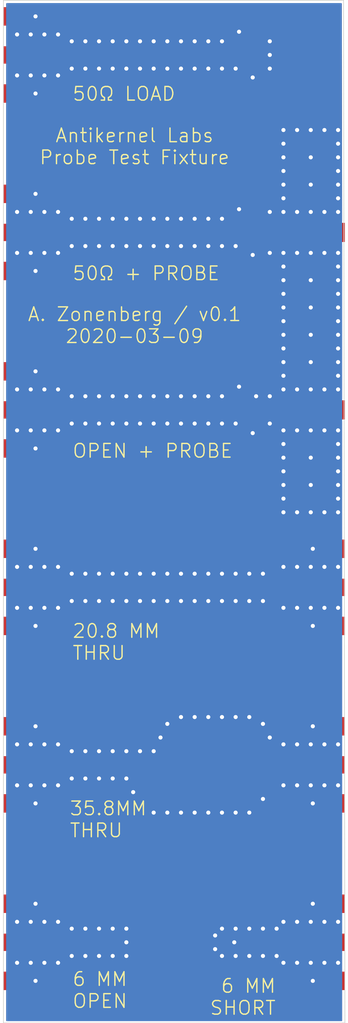
<source format=kicad_pcb>
(kicad_pcb (version 20171130) (host pcbnew "(5.1.4)")

  (general
    (thickness 1.6)
    (drawings 13)
    (tracks 895)
    (zones 0)
    (modules 17)
    (nets 8)
  )

  (page A4)
  (layers
    (0 F.Cu signal)
    (31 B.Cu signal)
    (32 B.Adhes user)
    (33 F.Adhes user)
    (34 B.Paste user)
    (35 F.Paste user)
    (36 B.SilkS user)
    (37 F.SilkS user)
    (38 B.Mask user)
    (39 F.Mask user)
    (40 Dwgs.User user)
    (41 Cmts.User user)
    (42 Eco1.User user)
    (43 Eco2.User user)
    (44 Edge.Cuts user)
    (45 Margin user)
    (46 B.CrtYd user)
    (47 F.CrtYd user)
    (48 B.Fab user)
    (49 F.Fab user)
  )

  (setup
    (last_trace_width 0.5)
    (user_trace_width 0.5)
    (user_trace_width 0.8)
    (trace_clearance 0.1)
    (zone_clearance 0.15)
    (zone_45_only no)
    (trace_min 0.2)
    (via_size 0.55)
    (via_drill 0.3)
    (via_min_size 0.4)
    (via_min_drill 0.3)
    (user_via 0.55 0.3)
    (uvia_size 0.3)
    (uvia_drill 0.1)
    (uvias_allowed no)
    (uvia_min_size 0.2)
    (uvia_min_drill 0.1)
    (edge_width 0.05)
    (segment_width 0.2)
    (pcb_text_width 0.3)
    (pcb_text_size 1.5 1.5)
    (mod_edge_width 0.12)
    (mod_text_size 1 1)
    (mod_text_width 0.15)
    (pad_size 4.8 1.4)
    (pad_drill 0)
    (pad_to_mask_clearance 0.05)
    (solder_mask_min_width 0.05)
    (aux_axis_origin 0 0)
    (visible_elements FFFFFF7F)
    (pcbplotparams
      (layerselection 0x010fc_ffffffff)
      (usegerberextensions false)
      (usegerberattributes false)
      (usegerberadvancedattributes false)
      (creategerberjobfile false)
      (excludeedgelayer true)
      (linewidth 0.100000)
      (plotframeref false)
      (viasonmask false)
      (mode 1)
      (useauxorigin false)
      (hpglpennumber 1)
      (hpglpenspeed 20)
      (hpglpendiameter 15.000000)
      (psnegative false)
      (psa4output false)
      (plotreference true)
      (plotvalue true)
      (plotinvisibletext false)
      (padsonsilk false)
      (subtractmaskfromsilk false)
      (outputformat 1)
      (mirror false)
      (drillshape 1)
      (scaleselection 1)
      (outputdirectory ""))
  )

  (net 0 "")
  (net 1 /GND)
  (net 2 "Net-(J1-Pad1)")
  (net 3 "Net-(J10-Pad1)")
  (net 4 "Net-(J11-Pad1)")
  (net 5 "Net-(J4-Pad1)")
  (net 6 "Net-(J5-Pad1)")
  (net 7 /OPEN)

  (net_class Default "This is the default net class."
    (clearance 0.1)
    (trace_width 0.8)
    (via_dia 0.55)
    (via_drill 0.3)
    (uvia_dia 0.3)
    (uvia_drill 0.1)
    (add_net /GND)
    (add_net /OPEN)
    (add_net "Net-(J1-Pad1)")
    (add_net "Net-(J10-Pad1)")
    (add_net "Net-(J11-Pad1)")
    (add_net "Net-(J4-Pad1)")
    (add_net "Net-(J5-Pad1)")
  )

  (module azonenberg_pcb:CONN_MILLMAX_0339_EDGELAUNCH (layer F.Cu) (tedit 5E63B330) (tstamp 5E63546C)
    (at 52.6 66)
    (path /5E6154B4)
    (fp_text reference J11 (at -0.05 2.975) (layer F.SilkS) hide
      (effects (font (size 1 1) (thickness 0.15)))
    )
    (fp_text value PROBE (at -0.025 1.575) (layer F.Fab) hide
      (effects (font (size 1 1) (thickness 0.15)))
    )
    (pad 1 smd rect (at 0 0) (size 4.8 1.4) (layers F.Cu F.Paste F.Mask)
      (net 4 "Net-(J11-Pad1)") (clearance 0.175))
    (model :datasheets:Mill-Max/pin-socket-0339.step
      (offset (xyz -2.1 0 0.65))
      (scale (xyz 1 1 1))
      (rotate (xyz 180 90 0))
    )
  )

  (module azonenberg_pcb:CONN_MILLMAX_0339_EDGELAUNCH (layer F.Cu) (tedit 5E63B322) (tstamp 5E635467)
    (at 52.6 53)
    (path /5E608C57)
    (fp_text reference J10 (at -0.05 2.975) (layer F.SilkS) hide
      (effects (font (size 1 1) (thickness 0.15)))
    )
    (fp_text value PROBE (at -0.025 1.575) (layer F.Fab) hide
      (effects (font (size 1 1) (thickness 0.15)))
    )
    (pad 1 smd rect (at 0 0) (size 4.8 1.4) (layers F.Cu F.Paste F.Mask)
      (net 3 "Net-(J10-Pad1)") (clearance 0.175))
    (model :datasheets:Mill-Max/pin-socket-0339.step
      (offset (xyz -2.1 0 0.65))
      (scale (xyz 1 1 1))
      (rotate (xyz 180 90 0))
    )
  )

  (module azonenberg_pcb:EIA_0402_RES_NOSILK_FLIPCHIP (layer F.Cu) (tedit 5E628288) (tstamp 5E635490)
    (at 47.25 65.35 90)
    (path /5E6154A2)
    (solder_paste_margin -0.1)
    (fp_text reference R6 (at 0 1.5 90) (layer F.SilkS) hide
      (effects (font (size 1 1) (thickness 0.15)))
    )
    (fp_text value DNP (at 0 3.5 90) (layer F.SilkS) hide
      (effects (font (size 1 1) (thickness 0.15)))
    )
    (pad 2 smd rect (at 0.5 0 90) (size 0.5 0.5) (layers F.Cu F.Paste F.Mask)
      (net 1 /GND))
    (pad 1 smd rect (at -0.5 0 90) (size 0.5 0.5) (layers F.Cu F.Paste F.Mask)
      (net 4 "Net-(J11-Pad1)"))
  )

  (module azonenberg_pcb:EIA_0402_RES_NOSILK_FLIPCHIP (layer F.Cu) (tedit 5E628288) (tstamp 5E63548A)
    (at 48.25 53.65 270)
    (path /5E6072EF)
    (solder_paste_margin -0.1)
    (fp_text reference R5 (at 0 1.5 90) (layer F.SilkS) hide
      (effects (font (size 1 1) (thickness 0.15)))
    )
    (fp_text value 100 (at 0 3.5 90) (layer F.SilkS) hide
      (effects (font (size 1 1) (thickness 0.15)))
    )
    (pad 2 smd rect (at 0.5 0 270) (size 0.5 0.5) (layers F.Cu F.Paste F.Mask)
      (net 1 /GND))
    (pad 1 smd rect (at -0.5 0 270) (size 0.5 0.5) (layers F.Cu F.Paste F.Mask)
      (net 3 "Net-(J10-Pad1)"))
    (model /nfs4/home/azonenberg/kicad-libs/3rdparty/walter/smd_resistors/r_0402.wrl
      (at (xyz 0 0 0))
      (scale (xyz 1 1 1))
      (rotate (xyz 0 0 0))
    )
  )

  (module azonenberg_pcb:EIA_0402_RES_NOSILK_FLIPCHIP (layer F.Cu) (tedit 5E628288) (tstamp 5E635484)
    (at 48.25 40.65 270)
    (path /5E606B42)
    (solder_paste_margin -0.1)
    (fp_text reference R4 (at 0 1.5 90) (layer F.SilkS) hide
      (effects (font (size 1 1) (thickness 0.15)))
    )
    (fp_text value 100 (at 0 3.5 90) (layer F.SilkS) hide
      (effects (font (size 1 1) (thickness 0.15)))
    )
    (pad 2 smd rect (at 0.5 0 270) (size 0.5 0.5) (layers F.Cu F.Paste F.Mask)
      (net 1 /GND))
    (pad 1 smd rect (at -0.5 0 270) (size 0.5 0.5) (layers F.Cu F.Paste F.Mask)
      (net 2 "Net-(J1-Pad1)"))
    (model /nfs4/home/azonenberg/kicad-libs/3rdparty/walter/smd_resistors/r_0402.wrl
      (at (xyz 0 0 0))
      (scale (xyz 1 1 1))
      (rotate (xyz 0 0 0))
    )
  )

  (module azonenberg_pcb:EIA_0402_RES_NOSILK_FLIPCHIP (layer F.Cu) (tedit 5E628288) (tstamp 5E63547E)
    (at 48.25 66.65 270)
    (path /5E615498)
    (solder_paste_margin -0.1)
    (fp_text reference R3 (at 0 1.5 90) (layer F.SilkS) hide
      (effects (font (size 1 1) (thickness 0.15)))
    )
    (fp_text value DNP (at 0 3.5 90) (layer F.SilkS) hide
      (effects (font (size 1 1) (thickness 0.15)))
    )
    (pad 2 smd rect (at 0.5 0 270) (size 0.5 0.5) (layers F.Cu F.Paste F.Mask)
      (net 1 /GND))
    (pad 1 smd rect (at -0.5 0 270) (size 0.5 0.5) (layers F.Cu F.Paste F.Mask)
      (net 4 "Net-(J11-Pad1)"))
  )

  (module azonenberg_pcb:EIA_0402_RES_NOSILK_FLIPCHIP (layer F.Cu) (tedit 5E628288) (tstamp 5E638993)
    (at 47.25 52.35 90)
    (path /5E6072E5)
    (solder_paste_margin -0.1)
    (fp_text reference R2 (at 0 1.5 90) (layer F.SilkS) hide
      (effects (font (size 1 1) (thickness 0.15)))
    )
    (fp_text value 100 (at 0 3.5 90) (layer F.SilkS) hide
      (effects (font (size 1 1) (thickness 0.15)))
    )
    (pad 2 smd rect (at 0.5 0 90) (size 0.5 0.5) (layers F.Cu F.Paste F.Mask)
      (net 1 /GND))
    (pad 1 smd rect (at -0.5 0 90) (size 0.5 0.5) (layers F.Cu F.Paste F.Mask)
      (net 3 "Net-(J10-Pad1)"))
    (model /nfs4/home/azonenberg/kicad-libs/3rdparty/walter/smd_resistors/r_0402.wrl
      (at (xyz 0 0 0))
      (scale (xyz 1 1 1))
      (rotate (xyz 0 0 0))
    )
  )

  (module azonenberg_pcb:EIA_0402_RES_NOSILK_FLIPCHIP (layer F.Cu) (tedit 5E628288) (tstamp 5E635472)
    (at 47.25 39.35 90)
    (path /5E60648A)
    (solder_paste_margin -0.1)
    (fp_text reference R1 (at 0 1.5 90) (layer F.SilkS) hide
      (effects (font (size 1 1) (thickness 0.15)))
    )
    (fp_text value 100 (at 0 3.5 90) (layer F.SilkS) hide
      (effects (font (size 1 1) (thickness 0.15)))
    )
    (pad 2 smd rect (at 0.5 0 90) (size 0.5 0.5) (layers F.Cu F.Paste F.Mask)
      (net 1 /GND))
    (pad 1 smd rect (at -0.5 0 90) (size 0.5 0.5) (layers F.Cu F.Paste F.Mask)
      (net 2 "Net-(J1-Pad1)"))
    (model /nfs4/home/azonenberg/kicad-libs/3rdparty/walter/smd_resistors/r_0402.wrl
      (at (xyz 0 0 0))
      (scale (xyz 1 1 1))
      (rotate (xyz 0 0 0))
    )
  )

  (module azonenberg_pcb:CONN_SMA_EDGE_SAMTEC_SMA_J_P_H_ST_EM1 (layer F.Cu) (tedit 5E639B92) (tstamp 5E635462)
    (at 55 92 90)
    (path /5E612A68)
    (fp_text reference J9 (at 0 3.1 90) (layer F.SilkS) hide
      (effects (font (size 1.5 1.5) (thickness 0.15)))
    )
    (fp_text value SMA (at 0 1.6 90) (layer F.Fab) hide
      (effects (font (size 1.5 1.5) (thickness 0.15)))
    )
    (pad 2 smd rect (at -2.825 -2.35 90) (size 1.35 4.7) (layers F.Cu F.Paste F.Mask)
      (net 1 /GND))
    (pad 2 smd rect (at 2.825 -2.35 90) (size 1.35 4.7) (layers F.Cu F.Paste F.Mask)
      (net 1 /GND))
    (pad 1 smd rect (at 0 -2.1 90) (size 1.27 4.2) (layers F.Cu F.Paste F.Mask)
      (net 6 "Net-(J5-Pad1)") (clearance 0.15))
    (model :SAMTEC:SMA-J-P-H-ST-EM1.stp
      (offset (xyz 0 -1.49999997747226 0))
      (scale (xyz 1 1 1))
      (rotate (xyz 0 -90 180))
    )
  )

  (module azonenberg_pcb:CONN_SMA_EDGE_SAMTEC_SMA_J_P_H_ST_EM1 (layer F.Cu) (tedit 5E639B80) (tstamp 5E63545B)
    (at 55 79 90)
    (path /5E60C527)
    (fp_text reference J8 (at 0 3.1 90) (layer F.SilkS) hide
      (effects (font (size 1.5 1.5) (thickness 0.15)))
    )
    (fp_text value SMA (at 0 1.6 90) (layer F.Fab) hide
      (effects (font (size 1.5 1.5) (thickness 0.15)))
    )
    (pad 2 smd rect (at -2.825 -2.35 90) (size 1.35 4.7) (layers F.Cu F.Paste F.Mask)
      (net 1 /GND))
    (pad 2 smd rect (at 2.825 -2.35 90) (size 1.35 4.7) (layers F.Cu F.Paste F.Mask)
      (net 1 /GND))
    (pad 1 smd rect (at 0 -2.1 90) (size 1.27 4.2) (layers F.Cu F.Paste F.Mask)
      (net 5 "Net-(J4-Pad1)") (clearance 0.15))
    (model :SAMTEC:SMA-J-P-H-ST-EM1.stp
      (offset (xyz 0 -1.49999997747226 0))
      (scale (xyz 1 1 1))
      (rotate (xyz 0 -90 180))
    )
  )

  (module azonenberg_pcb:CONN_SMA_EDGE_SAMTEC_SMA_J_P_H_ST_EM1 (layer F.Cu) (tedit 5E639B9A) (tstamp 5E635454)
    (at 55 105 90)
    (path /5E60E2D5)
    (fp_text reference J7 (at 0 3.1 90) (layer F.SilkS) hide
      (effects (font (size 1.5 1.5) (thickness 0.15)))
    )
    (fp_text value SMA (at 0 1.6 90) (layer F.Fab) hide
      (effects (font (size 1.5 1.5) (thickness 0.15)))
    )
    (pad 2 smd rect (at -2.825 -2.35 90) (size 1.35 4.7) (layers F.Cu F.Paste F.Mask)
      (net 1 /GND))
    (pad 2 smd rect (at 2.825 -2.35 90) (size 1.35 4.7) (layers F.Cu F.Paste F.Mask)
      (net 1 /GND))
    (pad 1 smd rect (at 0 -2.1 90) (size 1.27 4.2) (layers F.Cu F.Paste F.Mask)
      (net 1 /GND) (clearance 0.15))
    (model :SAMTEC:SMA-J-P-H-ST-EM1.stp
      (offset (xyz 0 -1.49999997747226 0))
      (scale (xyz 1 1 1))
      (rotate (xyz 0 -90 180))
    )
  )

  (module azonenberg_pcb:CONN_SMA_EDGE_SAMTEC_SMA_J_P_H_ST_EM1 (layer F.Cu) (tedit 5E639BA1) (tstamp 5E63544D)
    (at 30 105 270)
    (path /5E60D596)
    (fp_text reference J6 (at 0 3.1 90) (layer F.SilkS) hide
      (effects (font (size 1.5 1.5) (thickness 0.15)))
    )
    (fp_text value SMA (at 0 1.6 90) (layer F.Fab) hide
      (effects (font (size 1.5 1.5) (thickness 0.15)))
    )
    (pad 2 smd rect (at -2.825 -2.35 270) (size 1.35 4.7) (layers F.Cu F.Paste F.Mask)
      (net 1 /GND))
    (pad 2 smd rect (at 2.825 -2.35 270) (size 1.35 4.7) (layers F.Cu F.Paste F.Mask)
      (net 1 /GND))
    (pad 1 smd rect (at 0 -2.1 270) (size 1.27 4.2) (layers F.Cu F.Paste F.Mask)
      (net 7 /OPEN) (clearance 0.15))
    (model :SAMTEC:SMA-J-P-H-ST-EM1.stp
      (offset (xyz 0 -1.49999997747226 0))
      (scale (xyz 1 1 1))
      (rotate (xyz 0 -90 180))
    )
  )

  (module azonenberg_pcb:CONN_SMA_EDGE_SAMTEC_SMA_J_P_H_ST_EM1 (layer F.Cu) (tedit 5E639B87) (tstamp 5E635446)
    (at 30 92 270)
    (path /5E612A5A)
    (fp_text reference J5 (at 0 3.1 90) (layer F.SilkS) hide
      (effects (font (size 1.5 1.5) (thickness 0.15)))
    )
    (fp_text value SMA (at 0 1.6 90) (layer F.Fab) hide
      (effects (font (size 1.5 1.5) (thickness 0.15)))
    )
    (pad 2 smd rect (at -2.825 -2.35 270) (size 1.35 4.7) (layers F.Cu F.Paste F.Mask)
      (net 1 /GND))
    (pad 2 smd rect (at 2.825 -2.35 270) (size 1.35 4.7) (layers F.Cu F.Paste F.Mask)
      (net 1 /GND))
    (pad 1 smd rect (at 0 -2.1 270) (size 1.27 4.2) (layers F.Cu F.Paste F.Mask)
      (net 6 "Net-(J5-Pad1)") (clearance 0.15))
    (model :SAMTEC:SMA-J-P-H-ST-EM1.stp
      (offset (xyz 0 -1.49999997747226 0))
      (scale (xyz 1 1 1))
      (rotate (xyz 0 -90 180))
    )
  )

  (module azonenberg_pcb:CONN_SMA_EDGE_SAMTEC_SMA_J_P_H_ST_EM1 (layer F.Cu) (tedit 5E639B7A) (tstamp 5E63543F)
    (at 30 79 270)
    (path /5E60A222)
    (fp_text reference J4 (at 0 3.1 90) (layer F.SilkS) hide
      (effects (font (size 1.5 1.5) (thickness 0.15)))
    )
    (fp_text value SMA (at 0 1.6 90) (layer F.Fab) hide
      (effects (font (size 1.5 1.5) (thickness 0.15)))
    )
    (pad 2 smd rect (at -2.825 -2.35 270) (size 1.35 4.7) (layers F.Cu F.Paste F.Mask)
      (net 1 /GND))
    (pad 2 smd rect (at 2.825 -2.35 270) (size 1.35 4.7) (layers F.Cu F.Paste F.Mask)
      (net 1 /GND))
    (pad 1 smd rect (at 0 -2.1 270) (size 1.27 4.2) (layers F.Cu F.Paste F.Mask)
      (net 5 "Net-(J4-Pad1)") (clearance 0.15))
    (model :SAMTEC:SMA-J-P-H-ST-EM1.stp
      (offset (xyz 0 -1.49999997747226 0))
      (scale (xyz 1 1 1))
      (rotate (xyz 0 -90 180))
    )
  )

  (module azonenberg_pcb:CONN_SMA_EDGE_SAMTEC_SMA_J_P_H_ST_EM1 (layer F.Cu) (tedit 5E639B72) (tstamp 5E635438)
    (at 30 66 270)
    (path /5E61548D)
    (fp_text reference J3 (at 0 3.1 90) (layer F.SilkS) hide
      (effects (font (size 1.5 1.5) (thickness 0.15)))
    )
    (fp_text value SMA (at 0 1.6 90) (layer F.Fab) hide
      (effects (font (size 1.5 1.5) (thickness 0.15)))
    )
    (pad 2 smd rect (at -2.825 -2.35 270) (size 1.35 4.7) (layers F.Cu F.Paste F.Mask)
      (net 1 /GND))
    (pad 2 smd rect (at 2.825 -2.35 270) (size 1.35 4.7) (layers F.Cu F.Paste F.Mask)
      (net 1 /GND))
    (pad 1 smd rect (at 0 -2.1 270) (size 1.27 4.2) (layers F.Cu F.Paste F.Mask)
      (net 4 "Net-(J11-Pad1)") (clearance 0.15))
    (model :SAMTEC:SMA-J-P-H-ST-EM1.stp
      (offset (xyz 0 -1.49999997747226 0))
      (scale (xyz 1 1 1))
      (rotate (xyz 0 -90 180))
    )
  )

  (module azonenberg_pcb:CONN_SMA_EDGE_SAMTEC_SMA_J_P_H_ST_EM1 (layer F.Cu) (tedit 5E639B6A) (tstamp 5E635431)
    (at 30 53 270)
    (path /5E6072DA)
    (fp_text reference J2 (at 0 3.1 90) (layer F.SilkS) hide
      (effects (font (size 1.5 1.5) (thickness 0.15)))
    )
    (fp_text value SMA (at 0 1.6 90) (layer F.Fab) hide
      (effects (font (size 1.5 1.5) (thickness 0.15)))
    )
    (pad 2 smd rect (at -2.825 -2.35 270) (size 1.35 4.7) (layers F.Cu F.Paste F.Mask)
      (net 1 /GND))
    (pad 2 smd rect (at 2.825 -2.35 270) (size 1.35 4.7) (layers F.Cu F.Paste F.Mask)
      (net 1 /GND))
    (pad 1 smd rect (at 0 -2.1 270) (size 1.27 4.2) (layers F.Cu F.Paste F.Mask)
      (net 3 "Net-(J10-Pad1)") (clearance 0.15))
    (model :SAMTEC:SMA-J-P-H-ST-EM1.stp
      (offset (xyz 0 -1.49999997747226 0))
      (scale (xyz 1 1 1))
      (rotate (xyz 0 -90 180))
    )
  )

  (module azonenberg_pcb:CONN_SMA_EDGE_SAMTEC_SMA_J_P_H_ST_EM1 (layer F.Cu) (tedit 5E639B62) (tstamp 5E63542A)
    (at 30 40 270)
    (path /5E605973)
    (fp_text reference J1 (at 0 3.1 90) (layer F.SilkS) hide
      (effects (font (size 1.5 1.5) (thickness 0.15)))
    )
    (fp_text value SMA (at 0 1.6 90) (layer F.Fab) hide
      (effects (font (size 1.5 1.5) (thickness 0.15)))
    )
    (pad 2 smd rect (at -2.825 -2.35 270) (size 1.35 4.7) (layers F.Cu F.Paste F.Mask)
      (net 1 /GND))
    (pad 2 smd rect (at 2.825 -2.35 270) (size 1.35 4.7) (layers F.Cu F.Paste F.Mask)
      (net 1 /GND))
    (pad 1 smd rect (at 0 -2.1 270) (size 1.27 4.2) (layers F.Cu F.Paste F.Mask)
      (net 2 "Net-(J1-Pad1)") (clearance 0.15))
    (model :SAMTEC:SMA-J-P-H-ST-EM1.stp
      (offset (xyz 0 -1.49999997747226 0))
      (scale (xyz 1 1 1))
      (rotate (xyz 0 -90 180))
    )
  )

  (gr_text "6 MM\nSHORT" (at 50 109) (layer F.SilkS) (tstamp 5E638C0B)
    (effects (font (size 1 1) (thickness 0.1)) (justify right))
  )
  (gr_text "6 MM\nOPEN" (at 35 108.5) (layer F.SilkS) (tstamp 5E638C60)
    (effects (font (size 1 1) (thickness 0.1)) (justify left))
  )
  (gr_text "35.8MM\nTHRU" (at 34.8 96) (layer F.SilkS) (tstamp 5E638A4C)
    (effects (font (size 1 1) (thickness 0.1)) (justify left))
  )
  (gr_text "20.8 MM\nTHRU" (at 35 83) (layer F.SilkS) (tstamp 5E638A44)
    (effects (font (size 1 1) (thickness 0.1)) (justify left))
  )
  (gr_text "OPEN + PROBE" (at 35 69) (layer F.SilkS) (tstamp 5E638A3E)
    (effects (font (size 1 1) (thickness 0.1)) (justify left))
  )
  (gr_text "A. Zonenberg / v0.1\n2020-03-09" (at 39.6 59.8) (layer F.SilkS) (tstamp 5E65769E)
    (effects (font (size 1 1) (thickness 0.1)))
  )
  (gr_text "50Ω + PROBE" (at 35 56) (layer F.SilkS) (tstamp 5E638A2B)
    (effects (font (size 1 1) (thickness 0.1)) (justify left))
  )
  (gr_text "50Ω LOAD" (at 35 42.85) (layer F.SilkS)
    (effects (font (size 1 1) (thickness 0.1)) (justify left))
  )
  (gr_text "Antikernel Labs\nProbe Test Fixture" (at 39.6 46.7) (layer F.SilkS)
    (effects (font (size 1 1) (thickness 0.1)))
  )
  (gr_line (start 54.9 36) (end 30 36) (layer Edge.Cuts) (width 0.05) (tstamp 5E638711))
  (gr_line (start 55 110.9) (end 54.9 36) (layer Edge.Cuts) (width 0.05))
  (gr_line (start 30 110.9) (end 55 110.9) (layer Edge.Cuts) (width 0.05))
  (gr_line (start 30 36) (end 30 110.9) (layer Edge.Cuts) (width 0.05))

  (segment (start 32.1 105) (end 38.1 105) (width 0.8) (layer F.Cu) (net 7))
  (via (at 32.35 37.175) (size 0.55) (drill 0.3) (layers F.Cu B.Cu) (net 1))
  (via (at 32.35 42.825) (size 0.55) (drill 0.3) (layers F.Cu B.Cu) (net 1))
  (via (at 32.35 50.175) (size 0.55) (drill 0.3) (layers F.Cu B.Cu) (net 1))
  (via (at 32.35 55.825) (size 0.55) (drill 0.3) (layers F.Cu B.Cu) (net 1))
  (via (at 32.35 76.175) (size 0.55) (drill 0.3) (layers F.Cu B.Cu) (net 1))
  (via (at 52.65 76.175) (size 0.55) (drill 0.3) (layers F.Cu B.Cu) (net 1))
  (via (at 32.35 81.825) (size 0.55) (drill 0.3) (layers F.Cu B.Cu) (net 1))
  (via (at 52.65 81.825) (size 0.55) (drill 0.3) (layers F.Cu B.Cu) (net 1))
  (via (at 32.35 89.175) (size 0.55) (drill 0.3) (layers F.Cu B.Cu) (net 1))
  (via (at 32.35 94.825) (size 0.55) (drill 0.3) (layers F.Cu B.Cu) (net 1))
  (via (at 52.65 89.175) (size 0.55) (drill 0.3) (layers F.Cu B.Cu) (net 1))
  (via (at 52.65 94.825) (size 0.55) (drill 0.3) (layers F.Cu B.Cu) (net 1))
  (via (at 32.35 102.175) (size 0.55) (drill 0.3) (layers F.Cu B.Cu) (net 1))
  (via (at 32.35 107.825) (size 0.55) (drill 0.3) (layers F.Cu B.Cu) (net 1))
  (via (at 52.65 102.175) (size 0.55) (drill 0.3) (layers F.Cu B.Cu) (net 1))
  (via (at 52.65 107.825) (size 0.55) (drill 0.3) (layers F.Cu B.Cu) (net 1))
  (segment (start 52.65 107.825) (end 49.5 107.825) (width 0.8) (layer B.Cu) (net 1))
  (segment (start 52.65 81.825) (end 49.5 81.825) (width 0.8) (layer B.Cu) (net 1))
  (via (at 32.35 63.175) (size 0.55) (drill 0.3) (layers F.Cu B.Cu) (net 1))
  (via (at 32.35 68.825) (size 0.55) (drill 0.3) (layers F.Cu B.Cu) (net 1))
  (segment (start 35.5 68.825) (end 35.675 69) (width 0.8) (layer B.Cu) (net 1))
  (segment (start 32.35 68.825) (end 35.5 68.825) (width 0.8) (layer B.Cu) (net 1))
  (segment (start 35.675 69) (end 48 69) (width 0.8) (layer B.Cu) (net 1))
  (segment (start 48 76) (end 48.175 76.175) (width 0.8) (layer B.Cu) (net 1))
  (segment (start 48 69) (end 48 76) (width 0.8) (layer B.Cu) (net 1))
  (segment (start 32.35 76.175) (end 48.175 76.175) (width 0.8) (layer B.Cu) (net 1))
  (segment (start 48.175 76.175) (end 52.65 76.175) (width 0.8) (layer B.Cu) (net 1))
  (segment (start 48 81.65) (end 48.175 81.825) (width 0.8) (layer B.Cu) (net 1))
  (segment (start 49.5 81.825) (end 48.175 81.825) (width 0.8) (layer B.Cu) (net 1))
  (segment (start 48.175 81.825) (end 32.35 81.825) (width 0.8) (layer B.Cu) (net 1))
  (segment (start 32.35 102.175) (end 48.175 102.175) (width 0.8) (layer B.Cu) (net 1))
  (segment (start 48.175 102.175) (end 52.65 102.175) (width 0.8) (layer B.Cu) (net 1))
  (segment (start 49.5 107.825) (end 48.175 107.825) (width 0.8) (layer B.Cu) (net 1))
  (segment (start 32.35 55.825) (end 47.825 55.825) (width 0.8) (layer B.Cu) (net 1))
  (segment (start 47.825 55.825) (end 48 56) (width 0.8) (layer B.Cu) (net 1))
  (segment (start 32.35 50.175) (end 47.825 50.175) (width 0.8) (layer B.Cu) (net 1))
  (segment (start 47.825 50.175) (end 48 50.35) (width 0.8) (layer B.Cu) (net 1))
  (segment (start 32.35 42.825) (end 47.825 42.825) (width 0.8) (layer B.Cu) (net 1))
  (segment (start 48 43) (end 48 50.35) (width 0.8) (layer B.Cu) (net 1))
  (segment (start 47.825 42.825) (end 48 43) (width 0.8) (layer B.Cu) (net 1))
  (segment (start 47.825 37.175) (end 48 37.35) (width 0.8) (layer B.Cu) (net 1))
  (via (at 47.25 38.3) (size 0.55) (drill 0.3) (layers F.Cu B.Cu) (net 1))
  (segment (start 47.25 38.85) (end 47.25 38.3) (width 0.5) (layer F.Cu) (net 1))
  (segment (start 47.8 38.3) (end 48 38.5) (width 0.5) (layer B.Cu) (net 1))
  (segment (start 47.25 38.3) (end 47.8 38.3) (width 0.5) (layer B.Cu) (net 1))
  (segment (start 48 37.35) (end 48 38.5) (width 0.8) (layer B.Cu) (net 1))
  (via (at 48.25 41.65) (size 0.55) (drill 0.3) (layers F.Cu B.Cu) (net 1))
  (segment (start 48.25 41.15) (end 48.25 41.65) (width 0.5) (layer F.Cu) (net 1))
  (segment (start 48.25 42.4) (end 47.825 42.825) (width 0.5) (layer B.Cu) (net 1))
  (segment (start 48.25 41.65) (end 48.25 42.4) (width 0.5) (layer B.Cu) (net 1))
  (segment (start 48.25 38.75) (end 48.25 41.65) (width 0.5) (layer B.Cu) (net 1))
  (segment (start 48 38.5) (end 48.25 38.75) (width 0.5) (layer B.Cu) (net 1))
  (via (at 47.25 51.3) (size 0.55) (drill 0.3) (layers F.Cu B.Cu) (net 1))
  (segment (start 47.25 51.85) (end 47.25 51.3) (width 0.5) (layer F.Cu) (net 1))
  (segment (start 47.9 51.3) (end 48 51.4) (width 0.5) (layer B.Cu) (net 1))
  (segment (start 47.25 51.3) (end 47.9 51.3) (width 0.5) (layer B.Cu) (net 1))
  (segment (start 48 50.35) (end 48 51.4) (width 0.8) (layer B.Cu) (net 1))
  (via (at 48.25 54.65) (size 0.55) (drill 0.3) (layers F.Cu B.Cu) (net 1))
  (segment (start 48.25 54.15) (end 48.25 54.65) (width 0.5) (layer F.Cu) (net 1))
  (segment (start 48 55.288908) (end 48 56.95) (width 0.5) (layer B.Cu) (net 1))
  (segment (start 48.25 54.65) (end 48.25 55.038908) (width 0.5) (layer B.Cu) (net 1))
  (segment (start 48.25 55.038908) (end 48 55.288908) (width 0.5) (layer B.Cu) (net 1))
  (segment (start 48 56) (end 48 56.95) (width 0.8) (layer B.Cu) (net 1))
  (segment (start 48.25 51.65) (end 48 51.4) (width 0.5) (layer B.Cu) (net 1))
  (segment (start 48.25 54.65) (end 48.25 51.65) (width 0.5) (layer B.Cu) (net 1))
  (via (at 47.25 64.3) (size 0.55) (drill 0.3) (layers F.Cu B.Cu) (net 1))
  (segment (start 47.25 64.85) (end 47.25 64.3) (width 0.5) (layer F.Cu) (net 1))
  (segment (start 47.95 64.3) (end 48 64.35) (width 0.5) (layer B.Cu) (net 1))
  (segment (start 47.25 64.3) (end 47.95 64.3) (width 0.5) (layer B.Cu) (net 1))
  (via (at 48.25 67.7) (size 0.55) (drill 0.3) (layers F.Cu B.Cu) (net 1))
  (segment (start 48.25 67.15) (end 48.25 67.7) (width 0.5) (layer F.Cu) (net 1))
  (segment (start 48.25 68.75) (end 48 69) (width 0.5) (layer B.Cu) (net 1))
  (segment (start 48.25 67.7) (end 48.25 68.75) (width 0.5) (layer B.Cu) (net 1))
  (segment (start 48 67.061092) (end 48 64.35) (width 0.5) (layer B.Cu) (net 1))
  (segment (start 48.25 67.311092) (end 48 67.061092) (width 0.5) (layer B.Cu) (net 1))
  (segment (start 48.25 67.7) (end 48.25 67.311092) (width 0.5) (layer B.Cu) (net 1))
  (segment (start 47.925 63.175) (end 48 63.1) (width 0.8) (layer B.Cu) (net 1))
  (segment (start 32.35 63.175) (end 47.925 63.175) (width 0.8) (layer B.Cu) (net 1))
  (segment (start 48 56.95) (end 48 63.1) (width 0.8) (layer B.Cu) (net 1))
  (segment (start 48 63.1) (end 48 64.35) (width 0.8) (layer B.Cu) (net 1))
  (via (at 46.9 105) (size 0.55) (drill 0.3) (layers F.Cu B.Cu) (net 1))
  (segment (start 52.9 105) (end 46.9 105) (width 0.8) (layer F.Cu) (net 1))
  (via (at 35 39) (size 0.55) (drill 0.3) (layers F.Cu B.Cu) (net 1))
  (segment (start 35.175 38.825) (end 35 39) (width 0.5) (layer B.Cu) (net 1))
  (segment (start 35.175 37.175) (end 47.825 37.175) (width 0.8) (layer B.Cu) (net 1))
  (segment (start 32.35 37.175) (end 35.175 37.175) (width 0.8) (layer B.Cu) (net 1))
  (via (at 36 39) (size 0.55) (drill 0.3) (layers F.Cu B.Cu) (net 1))
  (segment (start 35 39) (end 36 39) (width 0.5) (layer F.Cu) (net 1))
  (via (at 37 39) (size 0.55) (drill 0.3) (layers F.Cu B.Cu) (net 1))
  (segment (start 36 39) (end 37 39) (width 0.5) (layer B.Cu) (net 1))
  (via (at 38 39) (size 0.55) (drill 0.3) (layers F.Cu B.Cu) (net 1))
  (segment (start 37 39) (end 38 39) (width 0.5) (layer F.Cu) (net 1))
  (via (at 39 39) (size 0.55) (drill 0.3) (layers F.Cu B.Cu) (net 1))
  (segment (start 38 39) (end 39 39) (width 0.5) (layer B.Cu) (net 1))
  (via (at 40 39) (size 0.55) (drill 0.3) (layers F.Cu B.Cu) (net 1))
  (segment (start 39 39) (end 40 39) (width 0.5) (layer F.Cu) (net 1))
  (via (at 41 39) (size 0.55) (drill 0.3) (layers F.Cu B.Cu) (net 1))
  (segment (start 40 39) (end 41 39) (width 0.5) (layer B.Cu) (net 1))
  (via (at 42 39) (size 0.55) (drill 0.3) (layers F.Cu B.Cu) (net 1))
  (segment (start 41 39) (end 42 39) (width 0.5) (layer F.Cu) (net 1))
  (via (at 43 39) (size 0.55) (drill 0.3) (layers F.Cu B.Cu) (net 1))
  (segment (start 42 39) (end 43 39) (width 0.5) (layer B.Cu) (net 1))
  (via (at 44 39) (size 0.55) (drill 0.3) (layers F.Cu B.Cu) (net 1))
  (segment (start 43 39) (end 44 39) (width 0.5) (layer F.Cu) (net 1))
  (via (at 45 39) (size 0.55) (drill 0.3) (layers F.Cu B.Cu) (net 1))
  (segment (start 44 39) (end 45 39) (width 0.5) (layer B.Cu) (net 1))
  (via (at 46 39) (size 0.55) (drill 0.3) (layers F.Cu B.Cu) (net 1))
  (segment (start 45 39) (end 46 39) (width 0.5) (layer F.Cu) (net 1))
  (segment (start 46.55 39) (end 47.25 38.3) (width 0.5) (layer B.Cu) (net 1))
  (segment (start 46 39) (end 46.55 39) (width 0.5) (layer B.Cu) (net 1))
  (via (at 49.5 39) (size 0.55) (drill 0.3) (layers F.Cu B.Cu) (net 1))
  (segment (start 47.25 38.3) (end 48.8 38.3) (width 0.5) (layer B.Cu) (net 1))
  (segment (start 48.8 38.3) (end 49.5 39) (width 0.5) (layer B.Cu) (net 1))
  (via (at 49.5 40) (size 0.55) (drill 0.3) (layers F.Cu B.Cu) (net 1))
  (segment (start 49.5 39) (end 49.5 40) (width 0.5) (layer F.Cu) (net 1))
  (via (at 49.5 41) (size 0.55) (drill 0.3) (layers F.Cu B.Cu) (net 1))
  (segment (start 49.5 40) (end 49.5 41) (width 0.5) (layer B.Cu) (net 1))
  (via (at 35 41) (size 0.55) (drill 0.3) (layers F.Cu B.Cu) (net 1))
  (segment (start 35 39) (end 35 41) (width 0.5) (layer B.Cu) (net 1))
  (via (at 36 41) (size 0.55) (drill 0.3) (layers F.Cu B.Cu) (net 1))
  (segment (start 35 41) (end 36 41) (width 0.5) (layer F.Cu) (net 1))
  (via (at 37 41) (size 0.55) (drill 0.3) (layers F.Cu B.Cu) (net 1))
  (segment (start 36 41) (end 37 41) (width 0.5) (layer B.Cu) (net 1))
  (via (at 38 41) (size 0.55) (drill 0.3) (layers F.Cu B.Cu) (net 1))
  (segment (start 37 41) (end 38 41) (width 0.5) (layer F.Cu) (net 1))
  (via (at 39 41) (size 0.55) (drill 0.3) (layers F.Cu B.Cu) (net 1))
  (segment (start 38 41) (end 39 41) (width 0.5) (layer B.Cu) (net 1))
  (via (at 40 41) (size 0.55) (drill 0.3) (layers F.Cu B.Cu) (net 1))
  (segment (start 39 41) (end 40 41) (width 0.5) (layer F.Cu) (net 1))
  (via (at 41 41) (size 0.55) (drill 0.3) (layers F.Cu B.Cu) (net 1))
  (segment (start 40 41) (end 41 41) (width 0.5) (layer B.Cu) (net 1))
  (via (at 42 41) (size 0.55) (drill 0.3) (layers F.Cu B.Cu) (net 1))
  (segment (start 41 41) (end 42 41) (width 0.5) (layer F.Cu) (net 1))
  (via (at 43 41) (size 0.55) (drill 0.3) (layers F.Cu B.Cu) (net 1))
  (segment (start 42 41) (end 43 41) (width 0.5) (layer B.Cu) (net 1))
  (via (at 44 41) (size 0.55) (drill 0.3) (layers F.Cu B.Cu) (net 1))
  (segment (start 43 41) (end 44 41) (width 0.5) (layer F.Cu) (net 1))
  (via (at 45 41) (size 0.55) (drill 0.3) (layers F.Cu B.Cu) (net 1))
  (segment (start 44 41) (end 45 41) (width 0.5) (layer B.Cu) (net 1))
  (via (at 46 41) (size 0.55) (drill 0.3) (layers F.Cu B.Cu) (net 1))
  (segment (start 45 41) (end 46 41) (width 0.5) (layer F.Cu) (net 1))
  (via (at 47 41) (size 0.55) (drill 0.3) (layers F.Cu B.Cu) (net 1))
  (segment (start 46 41) (end 47 41) (width 0.5) (layer B.Cu) (net 1))
  (segment (start 47.6 41) (end 48.25 41.65) (width 0.5) (layer B.Cu) (net 1))
  (segment (start 47 41) (end 47.6 41) (width 0.5) (layer B.Cu) (net 1))
  (segment (start 34.175 38.325) (end 34 38.5) (width 0.5) (layer B.Cu) (net 1))
  (via (at 34 38.5) (size 0.55) (drill 0.3) (layers F.Cu B.Cu) (net 1))
  (segment (start 35.175 38.325) (end 34.175 38.325) (width 0.5) (layer B.Cu) (net 1))
  (segment (start 35.175 38.325) (end 35.175 38.825) (width 0.5) (layer B.Cu) (net 1))
  (segment (start 35.175 37.175) (end 35.175 38.325) (width 0.5) (layer B.Cu) (net 1))
  (via (at 33 38.5) (size 0.55) (drill 0.3) (layers F.Cu B.Cu) (net 1))
  (segment (start 34 38.5) (end 33 38.5) (width 0.5) (layer F.Cu) (net 1))
  (via (at 32 38.5) (size 0.55) (drill 0.3) (layers F.Cu B.Cu) (net 1))
  (segment (start 33 38.5) (end 32 38.5) (width 0.5) (layer B.Cu) (net 1))
  (via (at 31 38.5) (size 0.55) (drill 0.3) (layers F.Cu B.Cu) (net 1))
  (segment (start 32 38.5) (end 31 38.5) (width 0.5) (layer F.Cu) (net 1))
  (via (at 34 41.5) (size 0.55) (drill 0.3) (layers F.Cu B.Cu) (net 1))
  (segment (start 35 41) (end 34.5 41) (width 0.5) (layer B.Cu) (net 1))
  (segment (start 34.5 41) (end 34 41.5) (width 0.5) (layer B.Cu) (net 1))
  (via (at 33 41.5) (size 0.55) (drill 0.3) (layers F.Cu B.Cu) (net 1))
  (segment (start 34 41.5) (end 33 41.5) (width 0.5) (layer F.Cu) (net 1))
  (via (at 32 41.5) (size 0.55) (drill 0.3) (layers F.Cu B.Cu) (net 1))
  (segment (start 33 41.5) (end 32 41.5) (width 0.5) (layer B.Cu) (net 1))
  (via (at 31 41.5) (size 0.55) (drill 0.3) (layers F.Cu B.Cu) (net 1))
  (segment (start 32 41.5) (end 31 41.5) (width 0.5) (layer F.Cu) (net 1))
  (via (at 31 51.5) (size 0.55) (drill 0.3) (layers F.Cu B.Cu) (net 1))
  (segment (start 32.35 50.175) (end 32.325 50.175) (width 0.5) (layer B.Cu) (net 1))
  (segment (start 32.325 50.175) (end 31 51.5) (width 0.5) (layer B.Cu) (net 1))
  (via (at 32 51.5) (size 0.55) (drill 0.3) (layers F.Cu B.Cu) (net 1))
  (segment (start 31 51.5) (end 32 51.5) (width 0.5) (layer F.Cu) (net 1))
  (via (at 33 51.5) (size 0.55) (drill 0.3) (layers F.Cu B.Cu) (net 1))
  (segment (start 32 51.5) (end 33 51.5) (width 0.5) (layer B.Cu) (net 1))
  (via (at 34 51.5) (size 0.55) (drill 0.3) (layers F.Cu B.Cu) (net 1))
  (segment (start 33 51.5) (end 34 51.5) (width 0.5) (layer F.Cu) (net 1))
  (via (at 35 52) (size 0.55) (drill 0.3) (layers F.Cu B.Cu) (net 1))
  (segment (start 34 51.5) (end 34.5 51.5) (width 0.5) (layer B.Cu) (net 1))
  (segment (start 34.5 51.5) (end 35 52) (width 0.5) (layer B.Cu) (net 1))
  (via (at 36 52) (size 0.55) (drill 0.3) (layers F.Cu B.Cu) (net 1))
  (segment (start 35 52) (end 36 52) (width 0.5) (layer F.Cu) (net 1))
  (via (at 37 52) (size 0.55) (drill 0.3) (layers F.Cu B.Cu) (net 1))
  (segment (start 36 52) (end 37 52) (width 0.5) (layer B.Cu) (net 1))
  (via (at 38 52) (size 0.55) (drill 0.3) (layers F.Cu B.Cu) (net 1))
  (segment (start 37 52) (end 38 52) (width 0.5) (layer F.Cu) (net 1))
  (via (at 39 52) (size 0.55) (drill 0.3) (layers F.Cu B.Cu) (net 1))
  (segment (start 38 52) (end 39 52) (width 0.5) (layer B.Cu) (net 1))
  (via (at 40 52) (size 0.55) (drill 0.3) (layers F.Cu B.Cu) (net 1))
  (segment (start 39 52) (end 40 52) (width 0.5) (layer F.Cu) (net 1))
  (via (at 41 52) (size 0.55) (drill 0.3) (layers F.Cu B.Cu) (net 1))
  (segment (start 40 52) (end 41 52) (width 0.5) (layer B.Cu) (net 1))
  (via (at 42 52) (size 0.55) (drill 0.3) (layers F.Cu B.Cu) (net 1))
  (segment (start 41 52) (end 42 52) (width 0.5) (layer F.Cu) (net 1))
  (via (at 43 52) (size 0.55) (drill 0.3) (layers F.Cu B.Cu) (net 1))
  (segment (start 42 52) (end 43 52) (width 0.5) (layer B.Cu) (net 1))
  (via (at 44 52) (size 0.55) (drill 0.3) (layers F.Cu B.Cu) (net 1))
  (segment (start 43 52) (end 44 52) (width 0.5) (layer F.Cu) (net 1))
  (via (at 45 52) (size 0.55) (drill 0.3) (layers F.Cu B.Cu) (net 1))
  (segment (start 44 52) (end 45 52) (width 0.5) (layer B.Cu) (net 1))
  (via (at 46 52) (size 0.55) (drill 0.3) (layers F.Cu B.Cu) (net 1))
  (segment (start 45 52) (end 46 52) (width 0.5) (layer F.Cu) (net 1))
  (segment (start 46.55 52) (end 47.25 51.3) (width 0.5) (layer B.Cu) (net 1))
  (segment (start 46 52) (end 46.55 52) (width 0.5) (layer B.Cu) (net 1))
  (via (at 31 54.5) (size 0.55) (drill 0.3) (layers F.Cu B.Cu) (net 1))
  (segment (start 31 51.5) (end 31 54.5) (width 0.5) (layer B.Cu) (net 1))
  (via (at 32 54.5) (size 0.55) (drill 0.3) (layers F.Cu B.Cu) (net 1))
  (segment (start 31 54.5) (end 32 54.5) (width 0.5) (layer F.Cu) (net 1))
  (via (at 33 54.5) (size 0.55) (drill 0.3) (layers F.Cu B.Cu) (net 1))
  (segment (start 32 54.5) (end 33 54.5) (width 0.5) (layer B.Cu) (net 1))
  (via (at 34 54.5) (size 0.55) (drill 0.3) (layers F.Cu B.Cu) (net 1))
  (segment (start 33 54.5) (end 34 54.5) (width 0.5) (layer F.Cu) (net 1))
  (segment (start 34 54.5) (end 34.5 54.5) (width 0.5) (layer B.Cu) (net 1))
  (via (at 35 54) (size 0.55) (drill 0.3) (layers F.Cu B.Cu) (net 1))
  (segment (start 34.5 54.5) (end 35 54) (width 0.5) (layer B.Cu) (net 1))
  (via (at 36 54) (size 0.55) (drill 0.3) (layers F.Cu B.Cu) (net 1))
  (segment (start 35 54) (end 36 54) (width 0.5) (layer F.Cu) (net 1))
  (via (at 37 54) (size 0.55) (drill 0.3) (layers F.Cu B.Cu) (net 1))
  (segment (start 36 54) (end 37 54) (width 0.5) (layer B.Cu) (net 1))
  (via (at 38 54) (size 0.55) (drill 0.3) (layers F.Cu B.Cu) (net 1))
  (segment (start 37 54) (end 38 54) (width 0.5) (layer F.Cu) (net 1))
  (via (at 39 54) (size 0.55) (drill 0.3) (layers F.Cu B.Cu) (net 1))
  (segment (start 38 54) (end 39 54) (width 0.5) (layer B.Cu) (net 1))
  (via (at 40 54) (size 0.55) (drill 0.3) (layers F.Cu B.Cu) (net 1))
  (segment (start 39 54) (end 40 54) (width 0.5) (layer F.Cu) (net 1))
  (via (at 41 54) (size 0.55) (drill 0.3) (layers F.Cu B.Cu) (net 1))
  (segment (start 40 54) (end 41 54) (width 0.5) (layer B.Cu) (net 1))
  (via (at 42 54) (size 0.55) (drill 0.3) (layers F.Cu B.Cu) (net 1))
  (segment (start 41 54) (end 42 54) (width 0.5) (layer F.Cu) (net 1))
  (via (at 43 54) (size 0.55) (drill 0.3) (layers F.Cu B.Cu) (net 1))
  (segment (start 42 54) (end 43 54) (width 0.5) (layer B.Cu) (net 1))
  (via (at 44 54) (size 0.55) (drill 0.3) (layers F.Cu B.Cu) (net 1))
  (segment (start 43 54) (end 44 54) (width 0.5) (layer F.Cu) (net 1))
  (via (at 45 54) (size 0.55) (drill 0.3) (layers F.Cu B.Cu) (net 1))
  (segment (start 44 54) (end 45 54) (width 0.5) (layer B.Cu) (net 1))
  (via (at 46 54) (size 0.55) (drill 0.3) (layers F.Cu B.Cu) (net 1))
  (segment (start 45 54) (end 46 54) (width 0.5) (layer F.Cu) (net 1))
  (via (at 47 54) (size 0.55) (drill 0.3) (layers F.Cu B.Cu) (net 1))
  (segment (start 46 54) (end 47 54) (width 0.5) (layer B.Cu) (net 1))
  (segment (start 47.6 54) (end 48.25 54.65) (width 0.5) (layer B.Cu) (net 1))
  (segment (start 47 54) (end 47.6 54) (width 0.5) (layer B.Cu) (net 1))
  (via (at 49.5 54.5) (size 0.55) (drill 0.3) (layers F.Cu B.Cu) (net 1))
  (segment (start 48.25 54.65) (end 49.35 54.65) (width 0.5) (layer B.Cu) (net 1))
  (segment (start 49.35 54.65) (end 49.5 54.5) (width 0.5) (layer B.Cu) (net 1))
  (via (at 50.5 54.5) (size 0.55) (drill 0.3) (layers F.Cu B.Cu) (net 1))
  (segment (start 49.5 54.5) (end 50.5 54.5) (width 0.5) (layer B.Cu) (net 1))
  (via (at 51.5 54.5) (size 0.55) (drill 0.3) (layers F.Cu B.Cu) (net 1))
  (segment (start 50.5 54.5) (end 51.5 54.5) (width 0.5) (layer F.Cu) (net 1))
  (via (at 52.5 54.5) (size 0.55) (drill 0.3) (layers F.Cu B.Cu) (net 1))
  (segment (start 51.5 54.5) (end 52.5 54.5) (width 0.5) (layer B.Cu) (net 1))
  (via (at 53.5 54.5) (size 0.55) (drill 0.3) (layers F.Cu B.Cu) (net 1))
  (segment (start 52.5 54.5) (end 53.5 54.5) (width 0.5) (layer F.Cu) (net 1))
  (via (at 54.5 54.5) (size 0.55) (drill 0.3) (layers F.Cu B.Cu) (net 1))
  (segment (start 53.5 54.5) (end 54.5 54.5) (width 0.5) (layer B.Cu) (net 1))
  (via (at 49.5 51.5) (size 0.55) (drill 0.3) (layers F.Cu B.Cu) (net 1))
  (segment (start 47.25 51.3) (end 49.3 51.3) (width 0.5) (layer B.Cu) (net 1))
  (segment (start 49.3 51.3) (end 49.5 51.5) (width 0.5) (layer B.Cu) (net 1))
  (via (at 50.5 51.5) (size 0.55) (drill 0.3) (layers F.Cu B.Cu) (net 1))
  (segment (start 49.5 51.5) (end 50.5 51.5) (width 0.5) (layer F.Cu) (net 1))
  (via (at 51.5 51.5) (size 0.55) (drill 0.3) (layers F.Cu B.Cu) (net 1))
  (segment (start 50.5 51.5) (end 51.5 51.5) (width 0.5) (layer B.Cu) (net 1))
  (via (at 52.5 51.5) (size 0.55) (drill 0.3) (layers F.Cu B.Cu) (net 1))
  (segment (start 51.5 51.5) (end 52.5 51.5) (width 0.5) (layer F.Cu) (net 1))
  (via (at 53.5 51.5) (size 0.55) (drill 0.3) (layers F.Cu B.Cu) (net 1))
  (segment (start 52.5 51.5) (end 53.5 51.5) (width 0.5) (layer B.Cu) (net 1))
  (via (at 54.5 51.5) (size 0.55) (drill 0.3) (layers F.Cu B.Cu) (net 1))
  (segment (start 53.5 51.5) (end 54.5 51.5) (width 0.5) (layer F.Cu) (net 1))
  (via (at 31 64.5) (size 0.55) (drill 0.3) (layers F.Cu B.Cu) (net 1))
  (segment (start 32.35 63.175) (end 32.325 63.175) (width 0.5) (layer B.Cu) (net 1))
  (segment (start 32.325 63.175) (end 31 64.5) (width 0.5) (layer B.Cu) (net 1))
  (via (at 32 64.5) (size 0.55) (drill 0.3) (layers F.Cu B.Cu) (net 1))
  (segment (start 31 64.5) (end 32 64.5) (width 0.5) (layer F.Cu) (net 1))
  (via (at 33 64.5) (size 0.55) (drill 0.3) (layers F.Cu B.Cu) (net 1))
  (segment (start 32 64.5) (end 33 64.5) (width 0.5) (layer B.Cu) (net 1))
  (via (at 34 64.5) (size 0.55) (drill 0.3) (layers F.Cu B.Cu) (net 1))
  (segment (start 33 64.5) (end 34 64.5) (width 0.5) (layer F.Cu) (net 1))
  (via (at 35 65) (size 0.55) (drill 0.3) (layers F.Cu B.Cu) (net 1))
  (segment (start 34 64.5) (end 34.5 64.5) (width 0.5) (layer B.Cu) (net 1))
  (segment (start 34.5 64.5) (end 35 65) (width 0.5) (layer B.Cu) (net 1))
  (via (at 36 65) (size 0.55) (drill 0.3) (layers F.Cu B.Cu) (net 1))
  (segment (start 35 65) (end 36 65) (width 0.5) (layer F.Cu) (net 1))
  (via (at 37 65) (size 0.55) (drill 0.3) (layers F.Cu B.Cu) (net 1))
  (segment (start 36 65) (end 37 65) (width 0.5) (layer B.Cu) (net 1))
  (via (at 38 65) (size 0.55) (drill 0.3) (layers F.Cu B.Cu) (net 1))
  (segment (start 37 65) (end 38 65) (width 0.5) (layer F.Cu) (net 1))
  (via (at 39 65) (size 0.55) (drill 0.3) (layers F.Cu B.Cu) (net 1))
  (segment (start 38 65) (end 39 65) (width 0.5) (layer B.Cu) (net 1))
  (via (at 40 65) (size 0.55) (drill 0.3) (layers F.Cu B.Cu) (net 1))
  (segment (start 39 65) (end 40 65) (width 0.5) (layer F.Cu) (net 1))
  (via (at 41 65) (size 0.55) (drill 0.3) (layers F.Cu B.Cu) (net 1))
  (segment (start 40 65) (end 41 65) (width 0.5) (layer B.Cu) (net 1))
  (via (at 42 65) (size 0.55) (drill 0.3) (layers F.Cu B.Cu) (net 1))
  (segment (start 41 65) (end 42 65) (width 0.5) (layer F.Cu) (net 1))
  (via (at 43 65) (size 0.55) (drill 0.3) (layers F.Cu B.Cu) (net 1))
  (segment (start 42 65) (end 43 65) (width 0.5) (layer B.Cu) (net 1))
  (via (at 44 65) (size 0.55) (drill 0.3) (layers F.Cu B.Cu) (net 1))
  (segment (start 43 65) (end 44 65) (width 0.5) (layer F.Cu) (net 1))
  (via (at 45 65) (size 0.55) (drill 0.3) (layers F.Cu B.Cu) (net 1))
  (segment (start 44 65) (end 45 65) (width 0.5) (layer B.Cu) (net 1))
  (via (at 46 65) (size 0.55) (drill 0.3) (layers F.Cu B.Cu) (net 1))
  (segment (start 45 65) (end 46 65) (width 0.5) (layer F.Cu) (net 1))
  (segment (start 46.55 65) (end 47.25 64.3) (width 0.5) (layer B.Cu) (net 1))
  (segment (start 46 65) (end 46.55 65) (width 0.5) (layer B.Cu) (net 1))
  (via (at 31 67.5) (size 0.55) (drill 0.3) (layers F.Cu B.Cu) (net 1))
  (segment (start 31 64.5) (end 31 67.5) (width 0.5) (layer B.Cu) (net 1))
  (via (at 32 67.5) (size 0.55) (drill 0.3) (layers F.Cu B.Cu) (net 1))
  (segment (start 31 67.5) (end 32 67.5) (width 0.5) (layer F.Cu) (net 1))
  (via (at 33 67.5) (size 0.55) (drill 0.3) (layers F.Cu B.Cu) (net 1))
  (segment (start 32 67.5) (end 33 67.5) (width 0.5) (layer B.Cu) (net 1))
  (via (at 34 67.5) (size 0.55) (drill 0.3) (layers F.Cu B.Cu) (net 1))
  (segment (start 33 67.5) (end 34 67.5) (width 0.5) (layer F.Cu) (net 1))
  (via (at 35 67) (size 0.55) (drill 0.3) (layers F.Cu B.Cu) (net 1))
  (segment (start 34 67.5) (end 34.5 67.5) (width 0.5) (layer B.Cu) (net 1))
  (segment (start 34.5 67.5) (end 35 67) (width 0.5) (layer B.Cu) (net 1))
  (via (at 36 67) (size 0.55) (drill 0.3) (layers F.Cu B.Cu) (net 1))
  (segment (start 35 67) (end 36 67) (width 0.5) (layer F.Cu) (net 1))
  (via (at 37 67) (size 0.55) (drill 0.3) (layers F.Cu B.Cu) (net 1))
  (segment (start 36 67) (end 37 67) (width 0.5) (layer B.Cu) (net 1))
  (via (at 38 67) (size 0.55) (drill 0.3) (layers F.Cu B.Cu) (net 1))
  (segment (start 37 67) (end 38 67) (width 0.5) (layer F.Cu) (net 1))
  (via (at 39 67) (size 0.55) (drill 0.3) (layers F.Cu B.Cu) (net 1))
  (segment (start 38 67) (end 39 67) (width 0.5) (layer B.Cu) (net 1))
  (via (at 40 67) (size 0.55) (drill 0.3) (layers F.Cu B.Cu) (net 1))
  (segment (start 39 67) (end 40 67) (width 0.5) (layer F.Cu) (net 1))
  (via (at 41 67) (size 0.55) (drill 0.3) (layers F.Cu B.Cu) (net 1))
  (segment (start 40 67) (end 41 67) (width 0.5) (layer B.Cu) (net 1))
  (via (at 42 67) (size 0.55) (drill 0.3) (layers F.Cu B.Cu) (net 1))
  (segment (start 41 67) (end 42 67) (width 0.5) (layer F.Cu) (net 1))
  (via (at 43 67) (size 0.55) (drill 0.3) (layers F.Cu B.Cu) (net 1))
  (segment (start 42 67) (end 43 67) (width 0.5) (layer B.Cu) (net 1))
  (via (at 44 67) (size 0.55) (drill 0.3) (layers F.Cu B.Cu) (net 1))
  (segment (start 43 67) (end 44 67) (width 0.5) (layer F.Cu) (net 1))
  (via (at 45 67) (size 0.55) (drill 0.3) (layers F.Cu B.Cu) (net 1))
  (segment (start 44 67) (end 45 67) (width 0.5) (layer B.Cu) (net 1))
  (via (at 46 67) (size 0.55) (drill 0.3) (layers F.Cu B.Cu) (net 1))
  (segment (start 45 67) (end 46 67) (width 0.5) (layer F.Cu) (net 1))
  (via (at 47 67) (size 0.55) (drill 0.3) (layers F.Cu B.Cu) (net 1))
  (segment (start 46 67) (end 47 67) (width 0.5) (layer B.Cu) (net 1))
  (segment (start 47.55 67) (end 48.25 67.7) (width 0.5) (layer B.Cu) (net 1))
  (segment (start 47 67) (end 47.55 67) (width 0.5) (layer B.Cu) (net 1))
  (via (at 48.5 65) (size 0.55) (drill 0.3) (layers F.Cu B.Cu) (net 1))
  (segment (start 47.25 64.3) (end 47.8 64.3) (width 0.5) (layer B.Cu) (net 1))
  (segment (start 47.8 64.3) (end 48.5 65) (width 0.5) (layer B.Cu) (net 1))
  (via (at 49.5 65) (size 0.55) (drill 0.3) (layers F.Cu B.Cu) (net 1))
  (segment (start 48.5 65) (end 49.5 65) (width 0.5) (layer F.Cu) (net 1))
  (via (at 50.5 64.5) (size 0.55) (drill 0.3) (layers F.Cu B.Cu) (net 1))
  (segment (start 49.5 65) (end 50 65) (width 0.5) (layer B.Cu) (net 1))
  (segment (start 50 65) (end 50.5 64.5) (width 0.5) (layer B.Cu) (net 1))
  (via (at 51.5 64.5) (size 0.55) (drill 0.3) (layers F.Cu B.Cu) (net 1))
  (segment (start 50.5 64.5) (end 51.5 64.5) (width 0.5) (layer F.Cu) (net 1))
  (via (at 52.5 64.5) (size 0.55) (drill 0.3) (layers F.Cu B.Cu) (net 1))
  (segment (start 51.5 64.5) (end 52.5 64.5) (width 0.5) (layer B.Cu) (net 1))
  (via (at 53.5 64.5) (size 0.55) (drill 0.3) (layers F.Cu B.Cu) (net 1))
  (segment (start 52.5 64.5) (end 53.5 64.5) (width 0.5) (layer F.Cu) (net 1))
  (via (at 54.5 64.5) (size 0.55) (drill 0.3) (layers F.Cu B.Cu) (net 1))
  (segment (start 53.5 64.5) (end 54.5 64.5) (width 0.5) (layer B.Cu) (net 1))
  (via (at 49.5 67) (size 0.55) (drill 0.3) (layers F.Cu B.Cu) (net 1))
  (segment (start 48.25 67.7) (end 48.8 67.7) (width 0.5) (layer B.Cu) (net 1))
  (segment (start 48.8 67.7) (end 49.5 67) (width 0.5) (layer B.Cu) (net 1))
  (via (at 50.5 67.5) (size 0.55) (drill 0.3) (layers F.Cu B.Cu) (net 1))
  (segment (start 49.5 67) (end 50 67.5) (width 0.5) (layer F.Cu) (net 1))
  (segment (start 50 67.5) (end 50.5 67.5) (width 0.5) (layer F.Cu) (net 1))
  (via (at 51.5 67.5) (size 0.55) (drill 0.3) (layers F.Cu B.Cu) (net 1))
  (segment (start 50.5 67.5) (end 51.5 67.5) (width 0.5) (layer B.Cu) (net 1))
  (via (at 52.5 67.5) (size 0.55) (drill 0.3) (layers F.Cu B.Cu) (net 1))
  (segment (start 51.5 67.5) (end 52.5 67.5) (width 0.5) (layer F.Cu) (net 1))
  (via (at 53.5 67.5) (size 0.55) (drill 0.3) (layers F.Cu B.Cu) (net 1))
  (segment (start 52.5 67.5) (end 53.5 67.5) (width 0.5) (layer B.Cu) (net 1))
  (via (at 54.5 67.5) (size 0.55) (drill 0.3) (layers F.Cu B.Cu) (net 1))
  (segment (start 53.5 67.5) (end 54.5 67.5) (width 0.5) (layer F.Cu) (net 1))
  (via (at 31 77.5) (size 0.55) (drill 0.3) (layers F.Cu B.Cu) (net 1))
  (segment (start 32.35 76.175) (end 32.325 76.175) (width 0.5) (layer B.Cu) (net 1))
  (segment (start 32.325 76.175) (end 31 77.5) (width 0.5) (layer B.Cu) (net 1))
  (via (at 32 77.5) (size 0.55) (drill 0.3) (layers F.Cu B.Cu) (net 1))
  (segment (start 31 77.5) (end 32 77.5) (width 0.5) (layer F.Cu) (net 1))
  (via (at 33 77.5) (size 0.55) (drill 0.3) (layers F.Cu B.Cu) (net 1))
  (segment (start 32 77.5) (end 33 77.5) (width 0.5) (layer B.Cu) (net 1))
  (via (at 34 77.5) (size 0.55) (drill 0.3) (layers F.Cu B.Cu) (net 1))
  (segment (start 33 77.5) (end 34 77.5) (width 0.5) (layer F.Cu) (net 1))
  (via (at 35 78) (size 0.55) (drill 0.3) (layers F.Cu B.Cu) (net 1))
  (segment (start 34 77.5) (end 34.5 77.5) (width 0.5) (layer B.Cu) (net 1))
  (segment (start 34.5 77.5) (end 35 78) (width 0.5) (layer B.Cu) (net 1))
  (via (at 36 78) (size 0.55) (drill 0.3) (layers F.Cu B.Cu) (net 1))
  (segment (start 35 78) (end 36 78) (width 0.5) (layer F.Cu) (net 1))
  (via (at 37 78) (size 0.55) (drill 0.3) (layers F.Cu B.Cu) (net 1))
  (segment (start 36 78) (end 37 78) (width 0.5) (layer B.Cu) (net 1))
  (via (at 38 78) (size 0.55) (drill 0.3) (layers F.Cu B.Cu) (net 1))
  (segment (start 37 78) (end 38 78) (width 0.5) (layer F.Cu) (net 1))
  (via (at 39 78) (size 0.55) (drill 0.3) (layers F.Cu B.Cu) (net 1))
  (segment (start 38 78) (end 39 78) (width 0.5) (layer B.Cu) (net 1))
  (via (at 40 78) (size 0.55) (drill 0.3) (layers F.Cu B.Cu) (net 1))
  (segment (start 39 78) (end 40 78) (width 0.5) (layer F.Cu) (net 1))
  (via (at 41 78) (size 0.55) (drill 0.3) (layers F.Cu B.Cu) (net 1))
  (segment (start 40 78) (end 41 78) (width 0.5) (layer B.Cu) (net 1))
  (via (at 42 78) (size 0.55) (drill 0.3) (layers F.Cu B.Cu) (net 1))
  (segment (start 41 78) (end 42 78) (width 0.5) (layer F.Cu) (net 1))
  (via (at 43 78) (size 0.55) (drill 0.3) (layers F.Cu B.Cu) (net 1))
  (segment (start 42 78) (end 43 78) (width 0.5) (layer B.Cu) (net 1))
  (via (at 44 78) (size 0.55) (drill 0.3) (layers F.Cu B.Cu) (net 1))
  (segment (start 43 78) (end 44 78) (width 0.5) (layer F.Cu) (net 1))
  (via (at 45 78) (size 0.55) (drill 0.3) (layers F.Cu B.Cu) (net 1))
  (segment (start 44 78) (end 45 78) (width 0.5) (layer B.Cu) (net 1))
  (via (at 46 78) (size 0.55) (drill 0.3) (layers F.Cu B.Cu) (net 1))
  (segment (start 45 78) (end 46 78) (width 0.5) (layer F.Cu) (net 1))
  (via (at 47 78) (size 0.55) (drill 0.3) (layers F.Cu B.Cu) (net 1))
  (segment (start 46 78) (end 47 78) (width 0.5) (layer B.Cu) (net 1))
  (via (at 48 78) (size 0.55) (drill 0.3) (layers F.Cu B.Cu) (net 1))
  (segment (start 47 78) (end 48 78) (width 0.5) (layer F.Cu) (net 1))
  (segment (start 48 76) (end 48 78) (width 0.8) (layer B.Cu) (net 1))
  (via (at 49 78) (size 0.55) (drill 0.3) (layers F.Cu B.Cu) (net 1))
  (segment (start 48 78) (end 49 78) (width 0.5) (layer F.Cu) (net 1))
  (segment (start 49 78) (end 50 78) (width 0.5) (layer F.Cu) (net 1))
  (via (at 50.5 77.5) (size 0.55) (drill 0.3) (layers F.Cu B.Cu) (net 1))
  (segment (start 50 78) (end 50.5 77.5) (width 0.5) (layer F.Cu) (net 1))
  (via (at 51.5 77.5) (size 0.55) (drill 0.3) (layers F.Cu B.Cu) (net 1))
  (segment (start 50.5 77.5) (end 51.5 77.5) (width 0.5) (layer B.Cu) (net 1))
  (via (at 52.5 77.5) (size 0.55) (drill 0.3) (layers F.Cu B.Cu) (net 1))
  (segment (start 51.5 77.5) (end 52.5 77.5) (width 0.5) (layer F.Cu) (net 1))
  (via (at 53.5 77.5) (size 0.55) (drill 0.3) (layers F.Cu B.Cu) (net 1))
  (segment (start 52.5 77.5) (end 53.5 77.5) (width 0.5) (layer B.Cu) (net 1))
  (via (at 54.5 77.5) (size 0.55) (drill 0.3) (layers F.Cu B.Cu) (net 1))
  (segment (start 53.5 77.5) (end 54.5 77.5) (width 0.5) (layer F.Cu) (net 1))
  (via (at 31 80.5) (size 0.55) (drill 0.3) (layers F.Cu B.Cu) (net 1))
  (segment (start 31 77.5) (end 31 80.5) (width 0.5) (layer B.Cu) (net 1))
  (via (at 32 80.5) (size 0.55) (drill 0.3) (layers F.Cu B.Cu) (net 1))
  (segment (start 31 80.5) (end 32 80.5) (width 0.5) (layer F.Cu) (net 1))
  (via (at 33 80.5) (size 0.55) (drill 0.3) (layers F.Cu B.Cu) (net 1))
  (segment (start 32 80.5) (end 33 80.5) (width 0.5) (layer B.Cu) (net 1))
  (via (at 34 80.5) (size 0.55) (drill 0.3) (layers F.Cu B.Cu) (net 1))
  (segment (start 33 80.5) (end 34 80.5) (width 0.5) (layer F.Cu) (net 1))
  (via (at 35 80) (size 0.55) (drill 0.3) (layers F.Cu B.Cu) (net 1))
  (segment (start 34 80.5) (end 34.5 80.5) (width 0.5) (layer B.Cu) (net 1))
  (segment (start 34.5 80.5) (end 35 80) (width 0.5) (layer B.Cu) (net 1))
  (via (at 36 80) (size 0.55) (drill 0.3) (layers F.Cu B.Cu) (net 1))
  (segment (start 35 80) (end 36 80) (width 0.5) (layer F.Cu) (net 1))
  (via (at 37 80) (size 0.55) (drill 0.3) (layers F.Cu B.Cu) (net 1))
  (segment (start 36 80) (end 37 80) (width 0.5) (layer B.Cu) (net 1))
  (via (at 38 80) (size 0.55) (drill 0.3) (layers F.Cu B.Cu) (net 1))
  (segment (start 37 80) (end 38 80) (width 0.5) (layer F.Cu) (net 1))
  (via (at 39 80) (size 0.55) (drill 0.3) (layers F.Cu B.Cu) (net 1))
  (segment (start 38 80) (end 39 80) (width 0.5) (layer B.Cu) (net 1))
  (via (at 40 80) (size 0.55) (drill 0.3) (layers F.Cu B.Cu) (net 1))
  (segment (start 39 80) (end 40 80) (width 0.5) (layer F.Cu) (net 1))
  (via (at 41 80) (size 0.55) (drill 0.3) (layers F.Cu B.Cu) (net 1))
  (segment (start 40 80) (end 41 80) (width 0.5) (layer B.Cu) (net 1))
  (via (at 42 80) (size 0.55) (drill 0.3) (layers F.Cu B.Cu) (net 1))
  (segment (start 41 80) (end 42 80) (width 0.5) (layer F.Cu) (net 1))
  (via (at 43 80) (size 0.55) (drill 0.3) (layers F.Cu B.Cu) (net 1))
  (segment (start 42 80) (end 43 80) (width 0.5) (layer B.Cu) (net 1))
  (via (at 44 80) (size 0.55) (drill 0.3) (layers F.Cu B.Cu) (net 1))
  (segment (start 43 80) (end 44 80) (width 0.5) (layer F.Cu) (net 1))
  (via (at 45 80) (size 0.55) (drill 0.3) (layers F.Cu B.Cu) (net 1))
  (segment (start 44 80) (end 45 80) (width 0.5) (layer B.Cu) (net 1))
  (via (at 46 80) (size 0.55) (drill 0.3) (layers F.Cu B.Cu) (net 1))
  (segment (start 45 80) (end 46 80) (width 0.5) (layer F.Cu) (net 1))
  (via (at 47 80) (size 0.55) (drill 0.3) (layers F.Cu B.Cu) (net 1))
  (segment (start 46 80) (end 47 80) (width 0.5) (layer B.Cu) (net 1))
  (via (at 48 80) (size 0.55) (drill 0.3) (layers F.Cu B.Cu) (net 1))
  (segment (start 48 78) (end 48 80) (width 0.8) (layer B.Cu) (net 1))
  (segment (start 47 80) (end 48 80) (width 0.5) (layer F.Cu) (net 1))
  (segment (start 48 80) (end 48 81.65) (width 0.8) (layer B.Cu) (net 1))
  (via (at 49 80) (size 0.55) (drill 0.3) (layers F.Cu B.Cu) (net 1))
  (segment (start 48 80) (end 49 80) (width 0.5) (layer F.Cu) (net 1))
  (via (at 50.5 80.5) (size 0.55) (drill 0.3) (layers F.Cu B.Cu) (net 1))
  (segment (start 49 80) (end 50 80) (width 0.5) (layer B.Cu) (net 1))
  (segment (start 50 80) (end 50.5 80.5) (width 0.5) (layer B.Cu) (net 1))
  (via (at 51.5 80.5) (size 0.55) (drill 0.3) (layers F.Cu B.Cu) (net 1))
  (segment (start 50.5 80.5) (end 51.5 80.5) (width 0.5) (layer F.Cu) (net 1))
  (via (at 52.5 80.5) (size 0.55) (drill 0.3) (layers F.Cu B.Cu) (net 1))
  (segment (start 51.5 80.5) (end 52.5 80.5) (width 0.5) (layer B.Cu) (net 1))
  (via (at 53.5 80.5) (size 0.55) (drill 0.3) (layers F.Cu B.Cu) (net 1))
  (segment (start 52.5 80.5) (end 53.5 80.5) (width 0.5) (layer F.Cu) (net 1))
  (via (at 54.5 80.5) (size 0.55) (drill 0.3) (layers F.Cu B.Cu) (net 1))
  (segment (start 53.5 80.5) (end 54.5 80.5) (width 0.5) (layer B.Cu) (net 1))
  (via (at 31 90.5) (size 0.55) (drill 0.3) (layers F.Cu B.Cu) (net 1))
  (segment (start 32.35 89.175) (end 32.325 89.175) (width 0.5) (layer F.Cu) (net 1))
  (segment (start 32.325 89.175) (end 31 90.5) (width 0.5) (layer F.Cu) (net 1))
  (via (at 32 90.5) (size 0.55) (drill 0.3) (layers F.Cu B.Cu) (net 1))
  (segment (start 31 90.5) (end 32 90.5) (width 0.5) (layer B.Cu) (net 1))
  (via (at 33 90.5) (size 0.55) (drill 0.3) (layers F.Cu B.Cu) (net 1))
  (segment (start 32 90.5) (end 33 90.5) (width 0.5) (layer F.Cu) (net 1))
  (via (at 34 90.5) (size 0.55) (drill 0.3) (layers F.Cu B.Cu) (net 1))
  (segment (start 33 90.5) (end 34 90.5) (width 0.5) (layer B.Cu) (net 1))
  (via (at 35 91) (size 0.55) (drill 0.3) (layers F.Cu B.Cu) (net 1))
  (segment (start 34 90.5) (end 34.5 90.5) (width 0.5) (layer B.Cu) (net 1))
  (segment (start 34.5 90.5) (end 35 91) (width 0.5) (layer B.Cu) (net 1))
  (via (at 36 91) (size 0.55) (drill 0.3) (layers F.Cu B.Cu) (net 1))
  (segment (start 35 91) (end 36 91) (width 0.5) (layer F.Cu) (net 1))
  (via (at 37 91) (size 0.55) (drill 0.3) (layers F.Cu B.Cu) (net 1))
  (segment (start 36 91) (end 37 91) (width 0.5) (layer B.Cu) (net 1))
  (via (at 38 91) (size 0.55) (drill 0.3) (layers F.Cu B.Cu) (net 1))
  (segment (start 37 91) (end 38 91) (width 0.5) (layer F.Cu) (net 1))
  (via (at 39 91) (size 0.55) (drill 0.3) (layers F.Cu B.Cu) (net 1))
  (segment (start 38 91) (end 39 91) (width 0.5) (layer B.Cu) (net 1))
  (via (at 40 91) (size 0.55) (drill 0.3) (layers F.Cu B.Cu) (net 1))
  (segment (start 39 91) (end 40 91) (width 0.5) (layer F.Cu) (net 1))
  (via (at 41 91) (size 0.55) (drill 0.3) (layers F.Cu B.Cu) (net 1))
  (segment (start 40 91) (end 41 91) (width 0.5) (layer B.Cu) (net 1))
  (via (at 41.5 90) (size 0.55) (drill 0.3) (layers F.Cu B.Cu) (net 1))
  (segment (start 41 91) (end 41 90.5) (width 0.5) (layer F.Cu) (net 1))
  (segment (start 41 90.5) (end 41.5 90) (width 0.5) (layer F.Cu) (net 1))
  (via (at 31 93.5) (size 0.55) (drill 0.3) (layers F.Cu B.Cu) (net 1))
  (segment (start 31 90.5) (end 31 93.5) (width 0.5) (layer B.Cu) (net 1))
  (via (at 32 93.5) (size 0.55) (drill 0.3) (layers F.Cu B.Cu) (net 1))
  (segment (start 31 93.5) (end 32 93.5) (width 0.5) (layer F.Cu) (net 1))
  (via (at 33 93.5) (size 0.55) (drill 0.3) (layers F.Cu B.Cu) (net 1))
  (segment (start 32 93.5) (end 33 93.5) (width 0.5) (layer B.Cu) (net 1))
  (via (at 34 93.5) (size 0.55) (drill 0.3) (layers F.Cu B.Cu) (net 1))
  (segment (start 33 93.5) (end 34 93.5) (width 0.5) (layer F.Cu) (net 1))
  (via (at 35 93) (size 0.55) (drill 0.3) (layers F.Cu B.Cu) (net 1))
  (segment (start 34 93.5) (end 34.5 93.5) (width 0.5) (layer B.Cu) (net 1))
  (segment (start 34.5 93.5) (end 35 93) (width 0.5) (layer B.Cu) (net 1))
  (via (at 36 93) (size 0.55) (drill 0.3) (layers F.Cu B.Cu) (net 1))
  (segment (start 35 93) (end 36 93) (width 0.5) (layer F.Cu) (net 1))
  (via (at 37 93) (size 0.55) (drill 0.3) (layers F.Cu B.Cu) (net 1))
  (segment (start 36 93) (end 37 93) (width 0.5) (layer B.Cu) (net 1))
  (via (at 38 93) (size 0.55) (drill 0.3) (layers F.Cu B.Cu) (net 1))
  (segment (start 37 93) (end 38 93) (width 0.5) (layer F.Cu) (net 1))
  (via (at 39 93) (size 0.55) (drill 0.3) (layers F.Cu B.Cu) (net 1))
  (segment (start 38 93) (end 39 93) (width 0.5) (layer B.Cu) (net 1))
  (via (at 54.5 90.5) (size 0.55) (drill 0.3) (layers F.Cu B.Cu) (net 1))
  (segment (start 52.65 89.175) (end 53.175 89.175) (width 0.5) (layer B.Cu) (net 1))
  (segment (start 53.175 89.175) (end 54.5 90.5) (width 0.5) (layer B.Cu) (net 1))
  (via (at 53.5 90.5) (size 0.55) (drill 0.3) (layers F.Cu B.Cu) (net 1))
  (segment (start 54.5 90.5) (end 53.5 90.5) (width 0.5) (layer F.Cu) (net 1))
  (via (at 52.5 90.5) (size 0.55) (drill 0.3) (layers F.Cu B.Cu) (net 1))
  (segment (start 53.5 90.5) (end 52.5 90.5) (width 0.5) (layer B.Cu) (net 1))
  (via (at 51.5 90.5) (size 0.55) (drill 0.3) (layers F.Cu B.Cu) (net 1))
  (segment (start 52.5 90.5) (end 51.5 90.5) (width 0.5) (layer F.Cu) (net 1))
  (via (at 50.5 90.5) (size 0.55) (drill 0.3) (layers F.Cu B.Cu) (net 1))
  (segment (start 51.5 90.5) (end 50.5 90.5) (width 0.5) (layer B.Cu) (net 1))
  (via (at 49.5 90) (size 0.55) (drill 0.3) (layers F.Cu B.Cu) (net 1))
  (segment (start 50.5 90.5) (end 50 90.5) (width 0.5) (layer F.Cu) (net 1))
  (segment (start 50 90.5) (end 49.5 90) (width 0.5) (layer F.Cu) (net 1))
  (via (at 54.5 93.5) (size 0.55) (drill 0.3) (layers F.Cu B.Cu) (net 1))
  (segment (start 54.5 90.5) (end 54.5 93.5) (width 0.5) (layer B.Cu) (net 1))
  (via (at 53.5 93.5) (size 0.55) (drill 0.3) (layers F.Cu B.Cu) (net 1))
  (segment (start 54.5 93.5) (end 53.5 93.5) (width 0.5) (layer F.Cu) (net 1))
  (via (at 52.5 93.5) (size 0.55) (drill 0.3) (layers F.Cu B.Cu) (net 1))
  (segment (start 53.5 93.5) (end 52.5 93.5) (width 0.5) (layer B.Cu) (net 1))
  (via (at 51.5 93.5) (size 0.55) (drill 0.3) (layers F.Cu B.Cu) (net 1))
  (segment (start 52.5 93.5) (end 51.5 93.5) (width 0.5) (layer F.Cu) (net 1))
  (via (at 50.5 93.5) (size 0.55) (drill 0.3) (layers F.Cu B.Cu) (net 1))
  (segment (start 51.5 93.5) (end 50.5 93.5) (width 0.5) (layer B.Cu) (net 1))
  (segment (start 50.5 93.5) (end 50 93.5) (width 0.5) (layer F.Cu) (net 1))
  (segment (start 32.35 93.85) (end 32 93.5) (width 0.5) (layer B.Cu) (net 1))
  (segment (start 32.35 94.825) (end 32.35 93.85) (width 0.5) (layer B.Cu) (net 1))
  (segment (start 32.35 89.175) (end 32.35 81.825) (width 0.5) (layer B.Cu) (net 1))
  (segment (start 52.65 81.825) (end 52.65 89.175) (width 0.5) (layer B.Cu) (net 1))
  (segment (start 48.825 99.825) (end 48.175 99.825) (width 0.5) (layer B.Cu) (net 1))
  (segment (start 52.65 96) (end 48.825 99.825) (width 0.5) (layer B.Cu) (net 1))
  (segment (start 52.65 94.825) (end 52.65 96) (width 0.5) (layer B.Cu) (net 1))
  (segment (start 48.175 99.825) (end 48.175 102.175) (width 0.8) (layer B.Cu) (net 1))
  (segment (start 32.35 94.825) (end 32.35 102.175) (width 0.5) (layer B.Cu) (net 1))
  (via (at 42 89) (size 0.55) (drill 0.3) (layers F.Cu B.Cu) (net 1))
  (segment (start 41.5 90) (end 41.5 89.5) (width 0.5) (layer B.Cu) (net 1))
  (segment (start 41.5 89.5) (end 42 89) (width 0.5) (layer B.Cu) (net 1))
  (via (at 43 88.5) (size 0.55) (drill 0.3) (layers F.Cu B.Cu) (net 1))
  (segment (start 42 89) (end 42.5 89) (width 0.5) (layer F.Cu) (net 1))
  (segment (start 42.5 89) (end 43 88.5) (width 0.5) (layer F.Cu) (net 1))
  (via (at 44 88.5) (size 0.55) (drill 0.3) (layers F.Cu B.Cu) (net 1))
  (segment (start 43 88.5) (end 44 88.5) (width 0.5) (layer B.Cu) (net 1))
  (via (at 45 88.5) (size 0.55) (drill 0.3) (layers F.Cu B.Cu) (net 1))
  (segment (start 44 88.5) (end 45 88.5) (width 0.5) (layer F.Cu) (net 1))
  (via (at 46 88.5) (size 0.55) (drill 0.3) (layers F.Cu B.Cu) (net 1))
  (segment (start 45 88.5) (end 46 88.5) (width 0.5) (layer B.Cu) (net 1))
  (via (at 47 88.5) (size 0.55) (drill 0.3) (layers F.Cu B.Cu) (net 1))
  (segment (start 46 88.5) (end 47 88.5) (width 0.5) (layer F.Cu) (net 1))
  (via (at 48 88.5) (size 0.55) (drill 0.3) (layers F.Cu B.Cu) (net 1))
  (segment (start 47 88.5) (end 48 88.5) (width 0.5) (layer B.Cu) (net 1))
  (via (at 49 89) (size 0.55) (drill 0.3) (layers F.Cu B.Cu) (net 1))
  (segment (start 48 88.5) (end 48.5 88.5) (width 0.5) (layer F.Cu) (net 1))
  (segment (start 48.5 88.5) (end 49 89) (width 0.5) (layer F.Cu) (net 1))
  (segment (start 49 89.5) (end 49.5 90) (width 0.5) (layer B.Cu) (net 1))
  (segment (start 49 89) (end 49 89.5) (width 0.5) (layer B.Cu) (net 1))
  (segment (start 39 93) (end 39 93.5) (width 0.5) (layer B.Cu) (net 1))
  (via (at 39.5 94) (size 0.55) (drill 0.3) (layers F.Cu B.Cu) (net 1))
  (segment (start 39 93.5) (end 39.5 94) (width 0.5) (layer B.Cu) (net 1))
  (via (at 41 95.5) (size 0.55) (drill 0.3) (layers F.Cu B.Cu) (net 1))
  (segment (start 39.5 94) (end 41 95.5) (width 0.5) (layer F.Cu) (net 1))
  (via (at 42 95.5) (size 0.55) (drill 0.3) (layers F.Cu B.Cu) (net 1))
  (segment (start 41 95.5) (end 42 95.5) (width 0.5) (layer B.Cu) (net 1))
  (via (at 43 95.5) (size 0.55) (drill 0.3) (layers F.Cu B.Cu) (net 1))
  (segment (start 42 95.5) (end 43 95.5) (width 0.5) (layer F.Cu) (net 1))
  (via (at 44 95.5) (size 0.55) (drill 0.3) (layers F.Cu B.Cu) (net 1))
  (segment (start 43 95.5) (end 44 95.5) (width 0.5) (layer B.Cu) (net 1))
  (via (at 45 95.5) (size 0.55) (drill 0.3) (layers F.Cu B.Cu) (net 1))
  (segment (start 44 95.5) (end 45 95.5) (width 0.5) (layer F.Cu) (net 1))
  (via (at 46 95.5) (size 0.55) (drill 0.3) (layers F.Cu B.Cu) (net 1))
  (segment (start 45 95.5) (end 46 95.5) (width 0.5) (layer B.Cu) (net 1))
  (via (at 47 95.5) (size 0.55) (drill 0.3) (layers F.Cu B.Cu) (net 1))
  (segment (start 46 95.5) (end 47 95.5) (width 0.5) (layer F.Cu) (net 1))
  (via (at 48 95.5) (size 0.55) (drill 0.3) (layers F.Cu B.Cu) (net 1))
  (segment (start 47 95.5) (end 48 95.5) (width 0.5) (layer B.Cu) (net 1))
  (via (at 49 94.5) (size 0.55) (drill 0.3) (layers F.Cu B.Cu) (net 1))
  (segment (start 48 95.5) (end 49 94.5) (width 0.5) (layer B.Cu) (net 1))
  (segment (start 49 94.5) (end 50 93.5) (width 0.5) (layer F.Cu) (net 1))
  (via (at 31 103.5) (size 0.55) (drill 0.3) (layers F.Cu B.Cu) (net 1))
  (segment (start 32.35 102.175) (end 32.325 102.175) (width 0.5) (layer B.Cu) (net 1))
  (segment (start 32.325 102.175) (end 31 103.5) (width 0.5) (layer B.Cu) (net 1))
  (via (at 32 103.5) (size 0.55) (drill 0.3) (layers F.Cu B.Cu) (net 1))
  (segment (start 31 103.5) (end 32 103.5) (width 0.5) (layer F.Cu) (net 1))
  (via (at 33 103.5) (size 0.55) (drill 0.3) (layers F.Cu B.Cu) (net 1))
  (segment (start 32 103.5) (end 33 103.5) (width 0.5) (layer B.Cu) (net 1))
  (via (at 34 103.5) (size 0.55) (drill 0.3) (layers F.Cu B.Cu) (net 1))
  (segment (start 33 103.5) (end 34 103.5) (width 0.5) (layer F.Cu) (net 1))
  (segment (start 34 103.5) (end 34.5 103.5) (width 0.5) (layer B.Cu) (net 1))
  (via (at 35 104) (size 0.55) (drill 0.3) (layers F.Cu B.Cu) (net 1))
  (segment (start 34.5 103.5) (end 35 104) (width 0.5) (layer B.Cu) (net 1))
  (via (at 36 104) (size 0.55) (drill 0.3) (layers F.Cu B.Cu) (net 1))
  (segment (start 35 104) (end 36 104) (width 0.5) (layer F.Cu) (net 1))
  (via (at 37 104) (size 0.55) (drill 0.3) (layers F.Cu B.Cu) (net 1))
  (segment (start 36 104) (end 37 104) (width 0.5) (layer B.Cu) (net 1))
  (via (at 38 104) (size 0.55) (drill 0.3) (layers F.Cu B.Cu) (net 1))
  (segment (start 37 104) (end 38 104) (width 0.5) (layer F.Cu) (net 1))
  (via (at 39 104) (size 0.55) (drill 0.3) (layers F.Cu B.Cu) (net 1))
  (segment (start 38 104) (end 39 104) (width 0.5) (layer B.Cu) (net 1))
  (via (at 39 105) (size 0.55) (drill 0.3) (layers F.Cu B.Cu) (net 1))
  (segment (start 39 104) (end 39 105) (width 0.5) (layer F.Cu) (net 1))
  (via (at 39 106) (size 0.55) (drill 0.3) (layers F.Cu B.Cu) (net 1))
  (segment (start 39 105) (end 39 106) (width 0.5) (layer B.Cu) (net 1))
  (via (at 38 106) (size 0.55) (drill 0.3) (layers F.Cu B.Cu) (net 1))
  (segment (start 39 106) (end 38 106) (width 0.5) (layer F.Cu) (net 1))
  (via (at 37 106) (size 0.55) (drill 0.3) (layers F.Cu B.Cu) (net 1))
  (segment (start 38 106) (end 37 106) (width 0.5) (layer B.Cu) (net 1))
  (via (at 36 106) (size 0.55) (drill 0.3) (layers F.Cu B.Cu) (net 1))
  (segment (start 37 106) (end 36 106) (width 0.5) (layer F.Cu) (net 1))
  (via (at 35 106) (size 0.55) (drill 0.3) (layers F.Cu B.Cu) (net 1))
  (segment (start 36 106) (end 35 106) (width 0.5) (layer B.Cu) (net 1))
  (via (at 34 106.5) (size 0.55) (drill 0.3) (layers F.Cu B.Cu) (net 1))
  (segment (start 35 106) (end 34.5 106) (width 0.5) (layer F.Cu) (net 1))
  (segment (start 34.5 106) (end 34 106.5) (width 0.5) (layer F.Cu) (net 1))
  (via (at 33 106.5) (size 0.55) (drill 0.3) (layers F.Cu B.Cu) (net 1))
  (segment (start 34 106.5) (end 33 106.5) (width 0.5) (layer B.Cu) (net 1))
  (via (at 32 106.5) (size 0.55) (drill 0.3) (layers F.Cu B.Cu) (net 1))
  (segment (start 33 106.5) (end 32 106.5) (width 0.5) (layer F.Cu) (net 1))
  (via (at 31 106.5) (size 0.55) (drill 0.3) (layers F.Cu B.Cu) (net 1))
  (segment (start 32 106.5) (end 31 106.5) (width 0.5) (layer B.Cu) (net 1))
  (segment (start 31 106.5) (end 31 103.5) (width 0.5) (layer B.Cu) (net 1))
  (via (at 54.5 103.5) (size 0.55) (drill 0.3) (layers F.Cu B.Cu) (net 1))
  (segment (start 52.65 102.175) (end 53.175 102.175) (width 0.5) (layer B.Cu) (net 1))
  (segment (start 53.175 102.175) (end 54.5 103.5) (width 0.5) (layer B.Cu) (net 1))
  (via (at 53.5 103.5) (size 0.55) (drill 0.3) (layers F.Cu B.Cu) (net 1))
  (segment (start 54.5 103.5) (end 53.5 103.5) (width 0.5) (layer F.Cu) (net 1))
  (via (at 52.5 103.5) (size 0.55) (drill 0.3) (layers F.Cu B.Cu) (net 1))
  (segment (start 53.5 103.5) (end 52.5 103.5) (width 0.5) (layer B.Cu) (net 1))
  (via (at 51.5 103.5) (size 0.55) (drill 0.3) (layers F.Cu B.Cu) (net 1))
  (segment (start 52.5 103.5) (end 51.5 103.5) (width 0.5) (layer F.Cu) (net 1))
  (via (at 50.5 103.5) (size 0.55) (drill 0.3) (layers F.Cu B.Cu) (net 1))
  (segment (start 51.5 103.5) (end 50.5 103.5) (width 0.5) (layer B.Cu) (net 1))
  (via (at 45.5 104.5) (size 0.55) (drill 0.3) (layers F.Cu B.Cu) (net 1))
  (via (at 45.5 105.5) (size 0.55) (drill 0.3) (layers F.Cu B.Cu) (net 1))
  (segment (start 46.9 105) (end 45.5 105) (width 0.5) (layer B.Cu) (net 1))
  (segment (start 45.5 104.5) (end 45.5 105) (width 0.5) (layer B.Cu) (net 1))
  (segment (start 45.5 105) (end 45.5 105.5) (width 0.5) (layer B.Cu) (net 1))
  (segment (start 48.175 107.825) (end 47.175 107.825) (width 0.8) (layer B.Cu) (net 1))
  (segment (start 47.175 107.825) (end 32.35 107.825) (width 0.8) (layer B.Cu) (net 1))
  (via (at 50 104) (size 0.55) (drill 0.3) (layers F.Cu B.Cu) (net 1))
  (segment (start 50.5 103.5) (end 50 104) (width 0.5) (layer B.Cu) (net 1))
  (via (at 49 104) (size 0.55) (drill 0.3) (layers F.Cu B.Cu) (net 1))
  (segment (start 50 104) (end 49 104) (width 0.5) (layer F.Cu) (net 1))
  (via (at 48 104) (size 0.55) (drill 0.3) (layers F.Cu B.Cu) (net 1))
  (segment (start 49 104) (end 48 104) (width 0.5) (layer B.Cu) (net 1))
  (via (at 47 104) (size 0.55) (drill 0.3) (layers F.Cu B.Cu) (net 1))
  (segment (start 48 104) (end 47 104) (width 0.5) (layer F.Cu) (net 1))
  (via (at 46 104) (size 0.55) (drill 0.3) (layers F.Cu B.Cu) (net 1))
  (segment (start 47 104) (end 46 104) (width 0.5) (layer B.Cu) (net 1))
  (segment (start 46 104) (end 45.5 104.5) (width 0.5) (layer F.Cu) (net 1))
  (via (at 46 106) (size 0.55) (drill 0.3) (layers F.Cu B.Cu) (net 1))
  (segment (start 45.5 105.5) (end 46 106) (width 0.5) (layer F.Cu) (net 1))
  (via (at 47 106) (size 0.55) (drill 0.3) (layers F.Cu B.Cu) (net 1))
  (segment (start 46 106) (end 47 106) (width 0.5) (layer B.Cu) (net 1))
  (via (at 48 106) (size 0.55) (drill 0.3) (layers F.Cu B.Cu) (net 1))
  (segment (start 47 106) (end 48 106) (width 0.5) (layer F.Cu) (net 1))
  (via (at 49 106) (size 0.55) (drill 0.3) (layers F.Cu B.Cu) (net 1))
  (segment (start 48 106) (end 49 106) (width 0.5) (layer B.Cu) (net 1))
  (via (at 50 106) (size 0.55) (drill 0.3) (layers F.Cu B.Cu) (net 1))
  (segment (start 49 106) (end 50 106) (width 0.5) (layer F.Cu) (net 1))
  (via (at 50.5 106.5) (size 0.55) (drill 0.3) (layers F.Cu B.Cu) (net 1))
  (segment (start 50 106) (end 50.5 106.5) (width 0.5) (layer B.Cu) (net 1))
  (via (at 51.5 106.5) (size 0.55) (drill 0.3) (layers F.Cu B.Cu) (net 1))
  (segment (start 50.5 106.5) (end 51.5 106.5) (width 0.5) (layer F.Cu) (net 1))
  (via (at 52.5 106.5) (size 0.55) (drill 0.3) (layers F.Cu B.Cu) (net 1))
  (segment (start 51.5 106.5) (end 52.5 106.5) (width 0.5) (layer B.Cu) (net 1))
  (via (at 53.5 106.5) (size 0.55) (drill 0.3) (layers F.Cu B.Cu) (net 1))
  (segment (start 52.5 106.5) (end 53.5 106.5) (width 0.5) (layer F.Cu) (net 1))
  (via (at 54.5 106.5) (size 0.55) (drill 0.3) (layers F.Cu B.Cu) (net 1))
  (segment (start 53.5 106.5) (end 54.5 106.5) (width 0.5) (layer B.Cu) (net 1))
  (segment (start 53.975 106.5) (end 52.65 107.825) (width 0.5) (layer B.Cu) (net 1))
  (segment (start 54.5 106.5) (end 53.975 106.5) (width 0.5) (layer B.Cu) (net 1))
  (segment (start 54.5 106.5) (end 54.5 103.5) (width 0.5) (layer B.Cu) (net 1))
  (via (at 54.5 55.5) (size 0.55) (drill 0.3) (layers F.Cu B.Cu) (net 1))
  (segment (start 54.5 54.5) (end 54.5 55.5) (width 0.5) (layer B.Cu) (net 1))
  (via (at 54.5 56.5) (size 0.55) (drill 0.3) (layers F.Cu B.Cu) (net 1))
  (segment (start 54.5 55.5) (end 54.5 56.5) (width 0.5) (layer F.Cu) (net 1))
  (via (at 54.5 57.5) (size 0.55) (drill 0.3) (layers F.Cu B.Cu) (net 1))
  (segment (start 54.5 56.5) (end 54.5 57.5) (width 0.5) (layer B.Cu) (net 1))
  (via (at 54.5 58.5) (size 0.55) (drill 0.3) (layers F.Cu B.Cu) (net 1))
  (segment (start 54.5 57.5) (end 54.5 58.5) (width 0.5) (layer F.Cu) (net 1))
  (via (at 54.5 59.5) (size 0.55) (drill 0.3) (layers F.Cu B.Cu) (net 1))
  (segment (start 54.5 58.5) (end 54.5 59.5) (width 0.5) (layer B.Cu) (net 1))
  (via (at 54.5 60.5) (size 0.55) (drill 0.3) (layers F.Cu B.Cu) (net 1))
  (segment (start 54.5 59.5) (end 54.5 60.5) (width 0.5) (layer F.Cu) (net 1))
  (via (at 54.5 61.5) (size 0.55) (drill 0.3) (layers F.Cu B.Cu) (net 1))
  (segment (start 54.5 60.5) (end 54.5 61.5) (width 0.5) (layer B.Cu) (net 1))
  (via (at 54.5 62.5) (size 0.55) (drill 0.3) (layers F.Cu B.Cu) (net 1))
  (segment (start 54.5 61.5) (end 54.5 62.5) (width 0.5) (layer F.Cu) (net 1))
  (via (at 54.5 63.5) (size 0.55) (drill 0.3) (layers F.Cu B.Cu) (net 1))
  (segment (start 54.5 62.5) (end 54.5 63.5) (width 0.5) (layer B.Cu) (net 1))
  (segment (start 54.5 63.5) (end 54.5 64.5) (width 0.5) (layer F.Cu) (net 1))
  (via (at 50.5 55.5) (size 0.55) (drill 0.3) (layers F.Cu B.Cu) (net 1))
  (segment (start 50.5 54.5) (end 50.5 55.5) (width 0.5) (layer F.Cu) (net 1))
  (via (at 50.5 56.5) (size 0.55) (drill 0.3) (layers F.Cu B.Cu) (net 1))
  (segment (start 50.5 55.5) (end 50.5 56.5) (width 0.5) (layer B.Cu) (net 1))
  (via (at 50.5 57.5) (size 0.55) (drill 0.3) (layers F.Cu B.Cu) (net 1))
  (segment (start 50.5 56.5) (end 50.5 57.5) (width 0.5) (layer F.Cu) (net 1))
  (via (at 50.5 58.5) (size 0.55) (drill 0.3) (layers F.Cu B.Cu) (net 1))
  (segment (start 50.5 57.5) (end 50.5 58.5) (width 0.5) (layer B.Cu) (net 1))
  (via (at 50.5 59.5) (size 0.55) (drill 0.3) (layers F.Cu B.Cu) (net 1))
  (segment (start 50.5 58.5) (end 50.5 59.5) (width 0.5) (layer F.Cu) (net 1))
  (via (at 50.5 60.5) (size 0.55) (drill 0.3) (layers F.Cu B.Cu) (net 1))
  (segment (start 50.5 59.5) (end 50.5 60.5) (width 0.5) (layer B.Cu) (net 1))
  (via (at 50.5 61.5) (size 0.55) (drill 0.3) (layers F.Cu B.Cu) (net 1))
  (segment (start 50.5 60.5) (end 50.5 61.5) (width 0.5) (layer F.Cu) (net 1))
  (via (at 50.5 62.5) (size 0.55) (drill 0.3) (layers F.Cu B.Cu) (net 1))
  (segment (start 50.5 61.5) (end 50.5 62.5) (width 0.5) (layer B.Cu) (net 1))
  (via (at 50.5 63.5) (size 0.55) (drill 0.3) (layers F.Cu B.Cu) (net 1))
  (segment (start 50.5 62.5) (end 50.5 63.5) (width 0.5) (layer F.Cu) (net 1))
  (segment (start 50.5 63.5) (end 50.5 64.5) (width 0.5) (layer B.Cu) (net 1))
  (via (at 50.5 68.5) (size 0.55) (drill 0.3) (layers F.Cu B.Cu) (net 1))
  (segment (start 50.5 67.5) (end 50.5 68.5) (width 0.5) (layer B.Cu) (net 1))
  (via (at 50.5 69.5) (size 0.55) (drill 0.3) (layers F.Cu B.Cu) (net 1))
  (segment (start 50.5 68.5) (end 50.5 69.5) (width 0.5) (layer F.Cu) (net 1))
  (via (at 50.5 70.5) (size 0.55) (drill 0.3) (layers F.Cu B.Cu) (net 1))
  (segment (start 50.5 69.5) (end 50.5 70.5) (width 0.5) (layer B.Cu) (net 1))
  (via (at 50.5 71.5) (size 0.55) (drill 0.3) (layers F.Cu B.Cu) (net 1))
  (segment (start 50.5 70.5) (end 50.5 71.5) (width 0.5) (layer F.Cu) (net 1))
  (via (at 50.5 72.5) (size 0.55) (drill 0.3) (layers F.Cu B.Cu) (net 1))
  (segment (start 50.5 71.5) (end 50.5 72.5) (width 0.5) (layer B.Cu) (net 1))
  (via (at 50.5 73.5) (size 0.55) (drill 0.3) (layers F.Cu B.Cu) (net 1))
  (segment (start 50.5 72.5) (end 50.5 73.5) (width 0.5) (layer F.Cu) (net 1))
  (via (at 51.5 73.5) (size 0.55) (drill 0.3) (layers F.Cu B.Cu) (net 1))
  (segment (start 50.5 73.5) (end 51.5 73.5) (width 0.5) (layer B.Cu) (net 1))
  (via (at 52.5 73.5) (size 0.55) (drill 0.3) (layers F.Cu B.Cu) (net 1))
  (segment (start 51.5 73.5) (end 52.5 73.5) (width 0.5) (layer F.Cu) (net 1))
  (via (at 53.5 73.5) (size 0.55) (drill 0.3) (layers F.Cu B.Cu) (net 1))
  (segment (start 52.5 73.5) (end 53.5 73.5) (width 0.5) (layer B.Cu) (net 1))
  (via (at 54.5 73.5) (size 0.55) (drill 0.3) (layers F.Cu B.Cu) (net 1))
  (segment (start 53.5 73.5) (end 54.5 73.5) (width 0.5) (layer F.Cu) (net 1))
  (via (at 54.5 72.5) (size 0.55) (drill 0.3) (layers F.Cu B.Cu) (net 1))
  (segment (start 54.5 73.5) (end 54.5 72.5) (width 0.5) (layer B.Cu) (net 1))
  (via (at 54.5 71.5) (size 0.55) (drill 0.3) (layers F.Cu B.Cu) (net 1))
  (segment (start 54.5 72.5) (end 54.5 71.5) (width 0.5) (layer F.Cu) (net 1))
  (via (at 54.5 70.5) (size 0.55) (drill 0.3) (layers F.Cu B.Cu) (net 1))
  (segment (start 54.5 71.5) (end 54.5 70.5) (width 0.5) (layer B.Cu) (net 1))
  (via (at 54.5 69.5) (size 0.55) (drill 0.3) (layers F.Cu B.Cu) (net 1))
  (segment (start 54.5 70.5) (end 54.5 69.5) (width 0.5) (layer F.Cu) (net 1))
  (via (at 54.5 68.5) (size 0.55) (drill 0.3) (layers F.Cu B.Cu) (net 1))
  (segment (start 54.5 69.5) (end 54.5 68.5) (width 0.5) (layer B.Cu) (net 1))
  (segment (start 54.5 68.5) (end 54.5 67.5) (width 0.5) (layer F.Cu) (net 1))
  (via (at 50.5 50.5) (size 0.55) (drill 0.3) (layers F.Cu B.Cu) (net 1))
  (segment (start 50.5 51.5) (end 50.5 50.5) (width 0.5) (layer F.Cu) (net 1))
  (via (at 50.5 49.5) (size 0.55) (drill 0.3) (layers F.Cu B.Cu) (net 1))
  (segment (start 50.5 50.5) (end 50.5 49.5) (width 0.5) (layer B.Cu) (net 1))
  (via (at 50.5 48.5) (size 0.55) (drill 0.3) (layers F.Cu B.Cu) (net 1))
  (segment (start 50.5 49.5) (end 50.5 48.5) (width 0.5) (layer F.Cu) (net 1))
  (via (at 50.5 47.5) (size 0.55) (drill 0.3) (layers F.Cu B.Cu) (net 1))
  (segment (start 50.5 48.5) (end 50.5 47.5) (width 0.5) (layer B.Cu) (net 1))
  (via (at 50.5 46.5) (size 0.55) (drill 0.3) (layers F.Cu B.Cu) (net 1))
  (segment (start 50.5 47.5) (end 50.5 46.5) (width 0.5) (layer F.Cu) (net 1))
  (via (at 50.5 45.5) (size 0.55) (drill 0.3) (layers F.Cu B.Cu) (net 1))
  (segment (start 50.5 46.5) (end 50.5 45.5) (width 0.5) (layer B.Cu) (net 1))
  (via (at 51.5 45.5) (size 0.55) (drill 0.3) (layers F.Cu B.Cu) (net 1))
  (segment (start 50.5 45.5) (end 51.5 45.5) (width 0.5) (layer F.Cu) (net 1))
  (via (at 52.5 45.5) (size 0.55) (drill 0.3) (layers F.Cu B.Cu) (net 1))
  (segment (start 51.5 45.5) (end 52.5 45.5) (width 0.5) (layer B.Cu) (net 1))
  (via (at 53.5 45.5) (size 0.55) (drill 0.3) (layers F.Cu B.Cu) (net 1))
  (segment (start 52.5 45.5) (end 53.5 45.5) (width 0.5) (layer F.Cu) (net 1))
  (via (at 54.5 45.5) (size 0.55) (drill 0.3) (layers F.Cu B.Cu) (net 1))
  (segment (start 53.5 45.5) (end 54.5 45.5) (width 0.5) (layer B.Cu) (net 1))
  (via (at 54.5 46.5) (size 0.55) (drill 0.3) (layers F.Cu B.Cu) (net 1))
  (segment (start 54.5 45.5) (end 54.5 46.5) (width 0.5) (layer F.Cu) (net 1))
  (via (at 54.5 47.5) (size 0.55) (drill 0.3) (layers F.Cu B.Cu) (net 1))
  (segment (start 54.5 46.5) (end 54.5 47.5) (width 0.5) (layer B.Cu) (net 1))
  (via (at 54.5 48.5) (size 0.55) (drill 0.3) (layers F.Cu B.Cu) (net 1))
  (segment (start 54.5 47.5) (end 54.5 48.5) (width 0.5) (layer F.Cu) (net 1))
  (via (at 54.5 49.5) (size 0.55) (drill 0.3) (layers F.Cu B.Cu) (net 1))
  (segment (start 54.5 48.5) (end 54.5 49.5) (width 0.5) (layer B.Cu) (net 1))
  (via (at 54.5 50.5) (size 0.55) (drill 0.3) (layers F.Cu B.Cu) (net 1))
  (segment (start 54.5 49.5) (end 54.5 50.5) (width 0.5) (layer F.Cu) (net 1))
  (segment (start 54.5 50.5) (end 54.5 51.5) (width 0.5) (layer B.Cu) (net 1))
  (via (at 52.5 47.5) (size 0.55) (drill 0.3) (layers F.Cu B.Cu) (net 1))
  (segment (start 50.5 47.5) (end 52.5 47.5) (width 0.5) (layer B.Cu) (net 1))
  (segment (start 52.5 47.5) (end 54.5 47.5) (width 0.5) (layer F.Cu) (net 1))
  (via (at 52.5 49.5) (size 0.55) (drill 0.3) (layers F.Cu B.Cu) (net 1))
  (segment (start 50.5 49.5) (end 52.5 49.5) (width 0.5) (layer F.Cu) (net 1))
  (segment (start 52.5 49.5) (end 54.5 49.5) (width 0.5) (layer B.Cu) (net 1))
  (via (at 52.5 56.5) (size 0.55) (drill 0.3) (layers F.Cu B.Cu) (net 1))
  (segment (start 52.5 54.5) (end 52.5 56.5) (width 0.5) (layer B.Cu) (net 1))
  (via (at 52.5 58.5) (size 0.55) (drill 0.3) (layers F.Cu B.Cu) (net 1))
  (segment (start 52.5 56.5) (end 52.5 58.5) (width 0.5) (layer F.Cu) (net 1))
  (via (at 52.5 60.5) (size 0.55) (drill 0.3) (layers F.Cu B.Cu) (net 1))
  (segment (start 52.5 58.5) (end 52.5 60.5) (width 0.5) (layer B.Cu) (net 1))
  (via (at 52.5 62.5) (size 0.55) (drill 0.3) (layers F.Cu B.Cu) (net 1))
  (segment (start 52.5 60.5) (end 52.5 62.5) (width 0.5) (layer F.Cu) (net 1))
  (segment (start 52.5 62.5) (end 52.5 64.5) (width 0.5) (layer B.Cu) (net 1))
  (via (at 52.5 69.5) (size 0.55) (drill 0.3) (layers F.Cu B.Cu) (net 1))
  (segment (start 52.5 67.5) (end 52.5 69.5) (width 0.5) (layer B.Cu) (net 1))
  (via (at 52.5 71.5) (size 0.55) (drill 0.3) (layers F.Cu B.Cu) (net 1))
  (segment (start 52.5 69.5) (end 52.5 71.5) (width 0.5) (layer F.Cu) (net 1))
  (segment (start 52.5 71.5) (end 52.5 73.5) (width 0.5) (layer B.Cu) (net 1))
  (segment (start 35.000001 40.000001) (end 48.25 40.000001) (width 0.8) (layer F.Cu) (net 2))
  (segment (start 32.1 40) (end 35.000001 40.000001) (width 0.8) (layer F.Cu) (net 2))
  (segment (start 48.650002 53) (end 52.6 53) (width 0.8) (layer F.Cu) (net 3))
  (segment (start 32.1 53) (end 48.650002 53) (width 0.8) (layer F.Cu) (net 3))
  (segment (start 48.650003 66) (end 52.6 66) (width 0.8) (layer F.Cu) (net 4))
  (segment (start 32.1 66) (end 48.650003 66) (width 0.8) (layer F.Cu) (net 4))
  (segment (start 38 79) (end 32.1 79) (width 0.8) (layer F.Cu) (net 5))
  (segment (start 52.9 79) (end 38 79) (width 0.8) (layer F.Cu) (net 5))
  (segment (start 38.740451 92) (end 32.1 92) (width 0.8) (layer F.Cu) (net 6))
  (segment (start 40 92) (end 38.740451 92) (width 0.8) (layer F.Cu) (net 6))
  (segment (start 40.200268 92.022565) (end 40 92) (width 0.8) (layer F.Cu) (net 6))
  (segment (start 40.810871 92.509505) (end 40.703648 92.33886) (width 0.8) (layer F.Cu) (net 6))
  (segment (start 40.877435 92.699732) (end 40.810871 92.509505) (width 0.8) (layer F.Cu) (net 6))
  (segment (start 40.989128 93.85206) (end 40.922564 93.661833) (width 0.8) (layer F.Cu) (net 6))
  (segment (start 41.096351 94.022705) (end 40.989128 93.85206) (width 0.8) (layer F.Cu) (net 6))
  (segment (start 41.409504 94.272436) (end 41.238859 94.165213) (width 0.8) (layer F.Cu) (net 6))
  (segment (start 41.599731 94.339) (end 41.409504 94.272436) (width 0.8) (layer F.Cu) (net 6))
  (segment (start 41.8 94.361564) (end 41.599731 94.339) (width 0.8) (layer F.Cu) (net 6))
  (segment (start 42.503648 94.022705) (end 42.36114 94.165213) (width 0.8) (layer F.Cu) (net 6))
  (segment (start 42.7 93.461564) (end 42.677435 93.661833) (width 0.8) (layer F.Cu) (net 6))
  (segment (start 42.7 90.538436) (end 42.7 93.461564) (width 0.8) (layer F.Cu) (net 6))
  (segment (start 42.722564 90.338167) (end 42.7 90.538436) (width 0.8) (layer F.Cu) (net 6))
  (segment (start 42.789128 90.14794) (end 42.722564 90.338167) (width 0.8) (layer F.Cu) (net 6))
  (segment (start 42.896351 89.977295) (end 42.789128 90.14794) (width 0.8) (layer F.Cu) (net 6))
  (segment (start 43.038859 89.834787) (end 42.896351 89.977295) (width 0.8) (layer F.Cu) (net 6))
  (segment (start 43.209504 89.727564) (end 43.038859 89.834787) (width 0.8) (layer F.Cu) (net 6))
  (segment (start 43.399731 89.661) (end 43.209504 89.727564) (width 0.8) (layer F.Cu) (net 6))
  (segment (start 44.16114 89.834787) (end 43.990495 89.727564) (width 0.8) (layer F.Cu) (net 6))
  (segment (start 44.5 93.461564) (end 44.5 90.538436) (width 0.8) (layer F.Cu) (net 6))
  (segment (start 44.522564 93.661833) (end 44.5 93.461564) (width 0.8) (layer F.Cu) (net 6))
  (segment (start 44.589128 93.85206) (end 44.522564 93.661833) (width 0.8) (layer F.Cu) (net 6))
  (segment (start 44.410871 90.14794) (end 44.303648 89.977295) (width 0.8) (layer F.Cu) (net 6))
  (segment (start 47.400268 89.661) (end 47.2 89.638436) (width 0.8) (layer F.Cu) (net 6))
  (segment (start 47.590495 89.727564) (end 47.400268 89.661) (width 0.8) (layer F.Cu) (net 6))
  (segment (start 47.76114 89.834787) (end 47.590495 89.727564) (width 0.8) (layer F.Cu) (net 6))
  (segment (start 41.238859 94.165213) (end 41.096351 94.022705) (width 0.8) (layer F.Cu) (net 6))
  (segment (start 46.389128 90.14794) (end 46.322564 90.338167) (width 0.8) (layer F.Cu) (net 6))
  (segment (start 42.36114 94.165213) (end 42.190495 94.272436) (width 0.8) (layer F.Cu) (net 6))
  (segment (start 46.3 90.538436) (end 46.3 93.461564) (width 0.8) (layer F.Cu) (net 6))
  (segment (start 40.56114 92.196352) (end 40.390495 92.089129) (width 0.8) (layer F.Cu) (net 6))
  (segment (start 48.077435 90.338167) (end 48.010871 90.14794) (width 0.8) (layer F.Cu) (net 6))
  (segment (start 48.438859 91.803648) (end 48.296351 91.66114) (width 0.8) (layer F.Cu) (net 6))
  (segment (start 48.1 90.538436) (end 48.077435 90.338167) (width 0.8) (layer F.Cu) (net 6))
  (segment (start 48.010871 90.14794) (end 47.903648 89.977295) (width 0.8) (layer F.Cu) (net 6))
  (segment (start 42.000268 94.339) (end 41.8 94.361564) (width 0.8) (layer F.Cu) (net 6))
  (segment (start 44.303648 89.977295) (end 44.16114 89.834787) (width 0.8) (layer F.Cu) (net 6))
  (segment (start 48.1 91.1) (end 48.1 90.538436) (width 0.8) (layer F.Cu) (net 6))
  (segment (start 44.477435 90.338167) (end 44.410871 90.14794) (width 0.8) (layer F.Cu) (net 6))
  (segment (start 46.809504 89.727564) (end 46.638859 89.834787) (width 0.8) (layer F.Cu) (net 6))
  (segment (start 45.790495 94.272436) (end 45.600268 94.339) (width 0.8) (layer F.Cu) (net 6))
  (segment (start 48.122564 91.300268) (end 48.1 91.1) (width 0.8) (layer F.Cu) (net 6))
  (segment (start 49 92) (end 48.799731 91.977435) (width 0.8) (layer F.Cu) (net 6))
  (segment (start 44.5 90.538436) (end 44.477435 90.338167) (width 0.8) (layer F.Cu) (net 6))
  (segment (start 47.903648 89.977295) (end 47.76114 89.834787) (width 0.8) (layer F.Cu) (net 6))
  (segment (start 42.677435 93.661833) (end 42.610871 93.85206) (width 0.8) (layer F.Cu) (net 6))
  (segment (start 52.9 92) (end 49 92) (width 0.8) (layer F.Cu) (net 6))
  (segment (start 40.390495 92.089129) (end 40.200268 92.022565) (width 0.8) (layer F.Cu) (net 6))
  (segment (start 43.6 89.638436) (end 43.399731 89.661) (width 0.8) (layer F.Cu) (net 6))
  (segment (start 46.103648 94.022705) (end 45.96114 94.165213) (width 0.8) (layer F.Cu) (net 6))
  (segment (start 44.696351 94.022705) (end 44.589128 93.85206) (width 0.8) (layer F.Cu) (net 6))
  (segment (start 40.9 93.461564) (end 40.9 92.9) (width 0.8) (layer F.Cu) (net 6))
  (segment (start 43.800268 89.661) (end 43.6 89.638436) (width 0.8) (layer F.Cu) (net 6))
  (segment (start 48.799731 91.977435) (end 48.609504 91.910871) (width 0.8) (layer F.Cu) (net 6))
  (segment (start 46.210871 93.85206) (end 46.103648 94.022705) (width 0.8) (layer F.Cu) (net 6))
  (segment (start 45.199731 94.339) (end 45.009504 94.272436) (width 0.8) (layer F.Cu) (net 6))
  (segment (start 40.703648 92.33886) (end 40.56114 92.196352) (width 0.8) (layer F.Cu) (net 6))
  (segment (start 44.838859 94.165213) (end 44.696351 94.022705) (width 0.8) (layer F.Cu) (net 6))
  (segment (start 48.609504 91.910871) (end 48.438859 91.803648) (width 0.8) (layer F.Cu) (net 6))
  (segment (start 48.296351 91.66114) (end 48.189128 91.490495) (width 0.8) (layer F.Cu) (net 6))
  (segment (start 47.2 89.638436) (end 46.999731 89.661) (width 0.8) (layer F.Cu) (net 6))
  (segment (start 42.610871 93.85206) (end 42.503648 94.022705) (width 0.8) (layer F.Cu) (net 6))
  (segment (start 45.009504 94.272436) (end 44.838859 94.165213) (width 0.8) (layer F.Cu) (net 6))
  (segment (start 43.990495 89.727564) (end 43.800268 89.661) (width 0.8) (layer F.Cu) (net 6))
  (segment (start 46.496351 89.977295) (end 46.389128 90.14794) (width 0.8) (layer F.Cu) (net 6))
  (segment (start 40.922564 93.661833) (end 40.9 93.461564) (width 0.8) (layer F.Cu) (net 6))
  (segment (start 46.277435 93.661833) (end 46.210871 93.85206) (width 0.8) (layer F.Cu) (net 6))
  (segment (start 46.322564 90.338167) (end 46.3 90.538436) (width 0.8) (layer F.Cu) (net 6))
  (segment (start 42.190495 94.272436) (end 42.000268 94.339) (width 0.8) (layer F.Cu) (net 6))
  (segment (start 46.638859 89.834787) (end 46.496351 89.977295) (width 0.8) (layer F.Cu) (net 6))
  (segment (start 46.3 93.461564) (end 46.277435 93.661833) (width 0.8) (layer F.Cu) (net 6))
  (segment (start 48.189128 91.490495) (end 48.122564 91.300268) (width 0.8) (layer F.Cu) (net 6))
  (segment (start 46.999731 89.661) (end 46.809504 89.727564) (width 0.8) (layer F.Cu) (net 6))
  (segment (start 45.96114 94.165213) (end 45.790495 94.272436) (width 0.8) (layer F.Cu) (net 6))
  (segment (start 40.9 92.9) (end 40.877435 92.699732) (width 0.8) (layer F.Cu) (net 6))
  (segment (start 45.600268 94.339) (end 45.4 94.361564) (width 0.8) (layer F.Cu) (net 6))
  (segment (start 45.4 94.361564) (end 45.199731 94.339) (width 0.8) (layer F.Cu) (net 6))

  (zone (net 1) (net_name /GND) (layer B.Cu) (tstamp 0) (hatch edge 0.508)
    (connect_pads (clearance 0.1))
    (min_thickness 0.1)
    (fill yes (arc_segments 32) (thermal_gap 0.1) (thermal_bridge_width 0.15))
    (polygon
      (pts
        (xy 30.2 36.2) (xy 54.8 36.2) (xy 54.8 110.8) (xy 30.2 110.8)
      )
    )
    (filled_polygon
      (pts
        (xy 54.75 54.724792) (xy 54.75 110.725) (xy 30.25 110.725) (xy 30.25 36.25) (xy 54.725334 36.25)
      )
    )
  )
  (zone (net 0) (net_name "") (layer F.Mask) (tstamp 0) (hatch edge 0.508)
    (connect_pads (clearance 0.1))
    (min_thickness 0.1)
    (fill yes (arc_segments 32) (thermal_gap 0.1) (thermal_bridge_width 0.15))
    (polygon
      (pts
        (xy 34.4 39.1) (xy 34.4 40.9) (xy 47.8 40.9) (xy 47.8 40.3) (xy 46.8 40.3)
        (xy 46.8 39.1)
      )
    )
    (filled_polygon
      (pts
        (xy 46.75 40.3) (xy 46.750961 40.309755) (xy 46.753806 40.319134) (xy 46.758427 40.327779) (xy 46.764645 40.335355)
        (xy 46.772221 40.341573) (xy 46.780866 40.346194) (xy 46.790245 40.349039) (xy 46.8 40.35) (xy 47.75 40.35)
        (xy 47.75 40.85) (xy 34.45 40.85) (xy 34.45 39.15) (xy 46.75 39.15)
      )
    )
  )
  (zone (net 0) (net_name "") (layer F.Mask) (tstamp 0) (hatch edge 0.508)
    (connect_pads yes (clearance 0.1))
    (min_thickness 0.1)
    (fill yes (arc_segments 32) (thermal_gap 0.1) (thermal_bridge_width 0.15))
    (polygon
      (pts
        (xy 34.4 52.1) (xy 34.4 53.9) (xy 47.8 53.8) (xy 47.8 53.3) (xy 46.8 53.3)
        (xy 46.8 52.1)
      )
    )
    (filled_polygon
      (pts
        (xy 46.75 53.3) (xy 46.750961 53.309755) (xy 46.753806 53.319134) (xy 46.758427 53.327779) (xy 46.764645 53.335355)
        (xy 46.772221 53.341573) (xy 46.780866 53.346194) (xy 46.790245 53.349039) (xy 46.8 53.35) (xy 47.75 53.35)
        (xy 47.75 53.750371) (xy 34.45 53.849625) (xy 34.45 52.15) (xy 46.75 52.15)
      )
    )
  )
  (zone (net 0) (net_name "") (layer F.Mask) (tstamp 0) (hatch edge 0.508)
    (connect_pads yes (clearance 0.1))
    (min_thickness 0.1)
    (fill yes (arc_segments 32) (thermal_gap 0.1) (thermal_bridge_width 0.15))
    (polygon
      (pts
        (xy 30 52) (xy 30 54) (xy 34.3 54) (xy 34.3 52)
      )
    )
    (filled_polygon
      (pts
        (xy 34.25 53.95) (xy 30.05 53.95) (xy 30.05 52.05) (xy 34.25 52.05)
      )
    )
  )
  (zone (net 0) (net_name "") (layer F.Mask) (tstamp 5E63B291) (hatch edge 0.508)
    (connect_pads yes (clearance 0.1))
    (min_thickness 0.1)
    (fill yes (arc_segments 32) (thermal_gap 0.1) (thermal_bridge_width 0.15))
    (polygon
      (pts
        (xy 30 39) (xy 30 41) (xy 34.3 41) (xy 34.3 39)
      )
    )
    (filled_polygon
      (pts
        (xy 34.25 40.95) (xy 30.05 40.95) (xy 30.05 39.05) (xy 34.25 39.05)
      )
    )
  )
  (zone (net 0) (net_name "") (layer F.Mask) (tstamp 0) (hatch edge 0.508)
    (connect_pads yes (clearance 0.1))
    (min_thickness 0.1)
    (fill yes (arc_segments 32) (thermal_gap 0.1) (thermal_bridge_width 0.15))
    (polygon
      (pts
        (xy 49.9 52) (xy 49.9 54) (xy 54.9 54) (xy 54.9 52)
      )
    )
    (filled_polygon
      (pts
        (xy 54.85 53.95) (xy 49.95 53.95) (xy 49.95 52.05) (xy 54.85 52.05)
      )
    )
  )
  (zone (net 0) (net_name "") (layer F.Mask) (tstamp 0) (hatch edge 0.508)
    (connect_pads yes (clearance 0.1))
    (min_thickness 0.1)
    (fill yes (arc_segments 32) (thermal_gap 0.1) (thermal_bridge_width 0.15))
    (polygon
      (pts
        (xy 49.9 45) (xy 49.9 73.7) (xy 54.9 73.7) (xy 54.9 45)
      )
    )
    (filled_polygon
      (pts
        (xy 54.85 73.65) (xy 49.95 73.65) (xy 49.95 45.05) (xy 54.85 45.05)
      )
    )
  )
  (zone (net 0) (net_name "") (layer F.Mask) (tstamp 0) (hatch edge 0.508)
    (connect_pads yes (clearance 0.1))
    (min_thickness 0.1)
    (fill yes (arc_segments 32) (thermal_gap 0.1) (thermal_bridge_width 0.15))
    (polygon
      (pts
        (xy 47.7 52) (xy 47.7 52.6) (xy 48.7 52.6) (xy 48.7 53.8) (xy 49.8 53.8)
        (xy 49.8 52)
      )
    )
    (filled_polygon
      (pts
        (xy 49.75 53.75) (xy 48.75 53.75) (xy 48.75 52.6) (xy 48.749039 52.590245) (xy 48.746194 52.580866)
        (xy 48.741573 52.572221) (xy 48.735355 52.564645) (xy 48.727779 52.558427) (xy 48.719134 52.553806) (xy 48.709755 52.550961)
        (xy 48.7 52.55) (xy 47.75 52.55) (xy 47.75 52.05) (xy 49.75 52.05)
      )
    )
  )
  (zone (net 0) (net_name "") (layer F.Mask) (tstamp 0) (hatch edge 0.508)
    (connect_pads yes (clearance 0.1))
    (min_thickness 0.1)
    (fill yes (arc_segments 32) (thermal_gap 0.1) (thermal_bridge_width 0.15))
    (polygon
      (pts
        (xy 47.7 39.7) (xy 48.6 39.7) (xy 48.6 39.1) (xy 47.7 39.1)
      )
    )
    (filled_polygon
      (pts
        (xy 48.55 39.65) (xy 47.75 39.65) (xy 47.75 39.15) (xy 48.55 39.15)
      )
    )
  )
  (zone (net 0) (net_name "") (layer F.Mask) (tstamp 0) (hatch edge 0.508)
    (connect_pads yes (clearance 0.1))
    (min_thickness 0.1)
    (fill yes (arc_segments 32) (thermal_gap 0.1) (thermal_bridge_width 0.15))
    (polygon
      (pts
        (xy 34.4 65.1) (xy 34.4 66.9) (xy 47.8 66.9) (xy 47.8 66.3) (xy 46.8 66.3)
        (xy 46.8 65.1)
      )
    )
    (filled_polygon
      (pts
        (xy 46.75 66.3) (xy 46.750961 66.309755) (xy 46.753806 66.319134) (xy 46.758427 66.327779) (xy 46.764645 66.335355)
        (xy 46.772221 66.341573) (xy 46.780866 66.346194) (xy 46.790245 66.349039) (xy 46.8 66.35) (xy 47.75 66.35)
        (xy 47.75 66.85) (xy 34.45 66.85) (xy 34.45 65.15) (xy 46.75 65.15)
      )
    )
  )
  (zone (net 0) (net_name "") (layer F.Mask) (tstamp 0) (hatch edge 0.508)
    (connect_pads yes (clearance 0.1))
    (min_thickness 0.1)
    (fill yes (arc_segments 32) (thermal_gap 0.1) (thermal_bridge_width 0.15))
    (polygon
      (pts
        (xy 47.7 65.3) (xy 47.7 65.7) (xy 48.7 65.7) (xy 48.7 66.7) (xy 49.8 66.7)
        (xy 49.8 65.3)
      )
    )
    (filled_polygon
      (pts
        (xy 49.75 66.65) (xy 48.75 66.65) (xy 48.75 65.7) (xy 48.749039 65.690245) (xy 48.746194 65.680866)
        (xy 48.741573 65.672221) (xy 48.735355 65.664645) (xy 48.727779 65.658427) (xy 48.719134 65.653806) (xy 48.709755 65.650961)
        (xy 48.7 65.65) (xy 47.75 65.65) (xy 47.75 65.35) (xy 49.75 65.35)
      )
    )
  )
  (zone (net 0) (net_name "") (layer F.Mask) (tstamp 0) (hatch edge 0.508)
    (connect_pads yes (clearance 0.1))
    (min_thickness 0.1)
    (fill yes (arc_segments 32) (thermal_gap 0.1) (thermal_bridge_width 0.15))
    (polygon
      (pts
        (xy 34.4 78.1) (xy 34.4 79.9) (xy 50.5 79.9) (xy 50.5 78.1)
      )
    )
    (filled_polygon
      (pts
        (xy 50.45 79.85) (xy 34.45 79.85) (xy 34.45 78.15) (xy 50.45 78.15)
      )
    )
  )
  (zone (net 0) (net_name "") (layer F.Mask) (tstamp 0) (hatch edge 0.508)
    (connect_pads yes (clearance 0.1))
    (min_thickness 0.1)
    (fill yes (arc_segments 32) (thermal_gap 0.1) (thermal_bridge_width 0.15))
    (polygon
      (pts
        (xy 34.4 91.1) (xy 34.4 92.9) (xy 40 92.9) (xy 40 94.2) (xy 41.1 95.3)
        (xy 46.2 95.3) (xy 47.2 94.3) (xy 47.2 92.9) (xy 50.6 92.9) (xy 50.6 91.1)
        (xy 49 91.1) (xy 49 89.7) (xy 48 88.8) (xy 42.8 88.7) (xy 41.8 89.7)
        (xy 41.8 91.1)
      )
    )
    (filled_polygon
      (pts
        (xy 47.980405 88.849633) (xy 48.95 89.722268) (xy 48.95 91.1) (xy 48.950961 91.109755) (xy 48.953806 91.119134)
        (xy 48.958427 91.127779) (xy 48.964645 91.135355) (xy 48.972221 91.141573) (xy 48.980866 91.146194) (xy 48.990245 91.149039)
        (xy 49 91.15) (xy 50.55 91.15) (xy 50.55 92.85) (xy 47.2 92.85) (xy 47.190245 92.850961)
        (xy 47.180866 92.853806) (xy 47.172221 92.858427) (xy 47.164645 92.864645) (xy 47.158427 92.872221) (xy 47.153806 92.880866)
        (xy 47.150961 92.890245) (xy 47.15 92.9) (xy 47.15 94.27929) (xy 46.17929 95.25) (xy 41.12071 95.25)
        (xy 40.05 94.17929) (xy 40.05 92.9) (xy 40.049039 92.890245) (xy 40.046194 92.880866) (xy 40.041573 92.872221)
        (xy 40.035355 92.864645) (xy 40.027779 92.858427) (xy 40.019134 92.853806) (xy 40.009755 92.850961) (xy 40 92.85)
        (xy 34.45 92.85) (xy 34.45 91.15) (xy 41.8 91.15) (xy 41.809755 91.149039) (xy 41.819134 91.146194)
        (xy 41.827779 91.141573) (xy 41.835355 91.135355) (xy 41.841573 91.127779) (xy 41.846194 91.119134) (xy 41.849039 91.109755)
        (xy 41.85 91.1) (xy 41.85 89.72071) (xy 42.82031 88.7504)
      )
    )
  )
  (zone (net 0) (net_name "") (layer F.Mask) (tstamp 0) (hatch edge 0.508)
    (connect_pads yes (clearance 0.1))
    (min_thickness 0.1)
    (fill yes (arc_segments 32) (thermal_gap 0.1) (thermal_bridge_width 0.15))
    (polygon
      (pts
        (xy 34.4 104.1) (xy 34.4 105.9) (xy 39 105.9) (xy 39 104.1)
      )
    )
    (filled_polygon
      (pts
        (xy 38.95 105.85) (xy 34.45 105.85) (xy 34.45 104.15) (xy 38.95 104.15)
      )
    )
  )
  (zone (net 0) (net_name "") (layer F.Mask) (tstamp 0) (hatch edge 0.508)
    (connect_pads yes (clearance 0.1))
    (min_thickness 0.1)
    (fill yes (arc_segments 32) (thermal_gap 0.1) (thermal_bridge_width 0.15))
    (polygon
      (pts
        (xy 50.6 105.9) (xy 50.6 104.1) (xy 46 104.1) (xy 46 105.9)
      )
    )
    (filled_polygon
      (pts
        (xy 50.55 105.85) (xy 46.05 105.85) (xy 46.05 104.15) (xy 50.55 104.15)
      )
    )
  )
  (zone (net 0) (net_name "") (layer F.Mask) (tstamp 0) (hatch edge 0.508)
    (connect_pads yes (clearance 0.1))
    (min_thickness 0.1)
    (fill yes (arc_segments 32) (thermal_gap 0.1) (thermal_bridge_width 0.15))
    (polygon
      (pts
        (xy 34.3 65.1) (xy 34.3 66.9) (xy 30.1 66.9) (xy 30.1 65.1)
      )
    )
    (filled_polygon
      (pts
        (xy 34.25 66.85) (xy 30.15 66.85) (xy 30.15 65.15) (xy 34.25 65.15)
      )
    )
  )
  (zone (net 0) (net_name "") (layer F.Mask) (tstamp 0) (hatch edge 0.508)
    (connect_pads yes (clearance 0.1))
    (min_thickness 0.1)
    (fill yes (arc_segments 32) (thermal_gap 0.1) (thermal_bridge_width 0.15))
    (polygon
      (pts
        (xy 34.3 78.1) (xy 34.3 79.9) (xy 30 79.9) (xy 30 78.1)
      )
    )
    (filled_polygon
      (pts
        (xy 34.25 79.85) (xy 30.05 79.85) (xy 30.05 78.15) (xy 34.25 78.15)
      )
    )
  )
  (zone (net 0) (net_name "") (layer F.Mask) (tstamp 0) (hatch edge 0.508)
    (connect_pads yes (clearance 0.1))
    (min_thickness 0.1)
    (fill yes (arc_segments 32) (thermal_gap 0.1) (thermal_bridge_width 0.15))
    (polygon
      (pts
        (xy 50.6 78.1) (xy 50.6 79.9) (xy 55 79.9) (xy 55 78.1)
      )
    )
    (filled_polygon
      (pts
        (xy 54.95 79.85) (xy 50.65 79.85) (xy 50.65 78.15) (xy 54.95 78.15)
      )
    )
  )
  (zone (net 0) (net_name "") (layer F.Mask) (tstamp 0) (hatch edge 0.508)
    (connect_pads yes (clearance 0.1))
    (min_thickness 0.1)
    (fill yes (arc_segments 32) (thermal_gap 0.1) (thermal_bridge_width 0.15))
    (polygon
      (pts
        (xy 50.7 91.1) (xy 50.7 92.9) (xy 55 92.9) (xy 55 91.1)
      )
    )
    (filled_polygon
      (pts
        (xy 54.95 92.85) (xy 50.75 92.85) (xy 50.75 91.15) (xy 54.95 91.15)
      )
    )
  )
  (zone (net 0) (net_name "") (layer F.Mask) (tstamp 0) (hatch edge 0.508)
    (connect_pads yes (clearance 0.1))
    (min_thickness 0.1)
    (fill yes (arc_segments 32) (thermal_gap 0.1) (thermal_bridge_width 0.15))
    (polygon
      (pts
        (xy 50.7 104.1) (xy 50.7 105.9) (xy 55 105.9) (xy 55 104.1)
      )
    )
    (filled_polygon
      (pts
        (xy 54.95 105.85) (xy 50.75 105.85) (xy 50.75 104.15) (xy 54.95 104.15)
      )
    )
  )
  (zone (net 0) (net_name "") (layer F.Mask) (tstamp 0) (hatch edge 0.508)
    (connect_pads yes (clearance 0.1))
    (min_thickness 0.1)
    (fill yes (arc_segments 32) (thermal_gap 0.1) (thermal_bridge_width 0.15))
    (polygon
      (pts
        (xy 34.3 104.1) (xy 34.3 105.9) (xy 30 105.9) (xy 30 104.1)
      )
    )
    (filled_polygon
      (pts
        (xy 34.25 105.85) (xy 30.05 105.85) (xy 30.05 104.15) (xy 34.25 104.15)
      )
    )
  )
  (zone (net 0) (net_name "") (layer F.Mask) (tstamp 0) (hatch edge 0.508)
    (connect_pads yes (clearance 0.1))
    (min_thickness 0.1)
    (fill yes (arc_segments 32) (thermal_gap 0.1) (thermal_bridge_width 0.15))
    (polygon
      (pts
        (xy 34.3 91.1) (xy 34.3 92.9) (xy 30 92.9) (xy 30 91.1)
      )
    )
    (filled_polygon
      (pts
        (xy 34.25 92.85) (xy 30.05 92.85) (xy 30.05 91.15) (xy 34.25 91.15)
      )
    )
  )
  (zone (net 1) (net_name /GND) (layer F.Cu) (tstamp 5E66BDCD) (hatch edge 0.508)
    (connect_pads yes (clearance 0.1))
    (min_thickness 0.1)
    (fill yes (arc_segments 32) (thermal_gap 0.1) (thermal_bridge_width 0.15))
    (polygon
      (pts
        (xy 54.8 36.225) (xy 54.8 52.125) (xy 50.2 52.125) (xy 48.7 52.5) (xy 48.7 53.5)
        (xy 50.2 53.875) (xy 54.8 53.875) (xy 54.8 65.125) (xy 50.2 65.125) (xy 48.5 65.5)
        (xy 48.5 66.5) (xy 50.2 66.875) (xy 54.8 66.875) (xy 54.8 78.325) (xy 50.7 78.325)
        (xy 50.5 78.525) (xy 50.5 79.525) (xy 50.7 79.725) (xy 54.8 79.725) (xy 54.8 91.325)
        (xy 50.7 91.325) (xy 50.5 91.525) (xy 50.5 92.525) (xy 50.7 92.725) (xy 54.8 92.725)
        (xy 54.8 104.325) (xy 50.7 104.325) (xy 50.4 104.525) (xy 46.4 104.525) (xy 46.4 105.525)
        (xy 50.4 105.525) (xy 50.7 105.725) (xy 54.8 105.725) (xy 54.8 110.825) (xy 30.2 110.825)
        (xy 30.2 105.725) (xy 34.3 105.725) (xy 34.5 105.525) (xy 34.5 104.525) (xy 34.3 104.325)
        (xy 30.2 104.325) (xy 30.2 92.725) (xy 34.3 92.725) (xy 34.5 92.525) (xy 34.5 91.525)
        (xy 34.3 91.325) (xy 30.2 91.325) (xy 30.2 79.725) (xy 34.3 79.725) (xy 34.5 79.525)
        (xy 34.5 78.525) (xy 34.3 78.325) (xy 30.2 78.325) (xy 30.2 66.725) (xy 34.3 66.725)
        (xy 34.5 66.525) (xy 34.5 65.525) (xy 34.3 65.325) (xy 30.2 65.325) (xy 30.2 53.725)
        (xy 34.3 53.725) (xy 34.5 53.525) (xy 34.5 52.525) (xy 34.3 52.325) (xy 30.2 52.325)
        (xy 30.2 40.725) (xy 34.2 40.725) (xy 34.5 40.425) (xy 34.5 39.625) (xy 34.2 39.325)
        (xy 30.2 39.325) (xy 30.2 36.225)
      )
    )
    (filled_polygon
      (pts
        (xy 47.277109 90.200603) (xy 47.350349 90.226232) (xy 47.41605 90.267514) (xy 47.470919 90.322382) (xy 47.512204 90.388087)
        (xy 47.537833 90.461329) (xy 47.55 90.569317) (xy 47.55 91.049723) (xy 47.549295 91.053547) (xy 47.55 91.103796)
        (xy 47.55 91.127017) (xy 47.55038 91.130874) (xy 47.550434 91.13473) (xy 47.553022 91.1577) (xy 47.557958 91.207818)
        (xy 47.559088 91.211544) (xy 47.573863 91.342683) (xy 47.57533 91.377526) (xy 47.586298 91.422651) (xy 47.596002 91.468096)
        (xy 47.609801 91.500131) (xy 47.663622 91.65394) (xy 47.672805 91.687584) (xy 47.693546 91.729153) (xy 47.713115 91.77129)
        (xy 47.733693 91.799445) (xy 47.820388 91.93742) (xy 47.83683 91.968182) (xy 47.866316 92.00411) (xy 47.894754 92.040815)
        (xy 47.921076 92.063682) (xy 48.036308 92.178913) (xy 48.059183 92.205245) (xy 48.095914 92.233703) (xy 48.131818 92.263169)
        (xy 48.16258 92.279612) (xy 48.300545 92.3663) (xy 48.328709 92.386884) (xy 48.370849 92.406454) (xy 48.412414 92.427194)
        (xy 48.446065 92.436379) (xy 48.599873 92.4902) (xy 48.631901 92.503996) (xy 48.67732 92.513695) (xy 48.722472 92.524669)
        (xy 48.757322 92.526136) (xy 48.888453 92.540911) (xy 48.892181 92.542042) (xy 48.942295 92.546978) (xy 48.965267 92.549566)
        (xy 48.969125 92.54962) (xy 48.972982 92.55) (xy 48.996201 92.55) (xy 49.046451 92.550705) (xy 49.050275 92.55)
        (xy 50.456942 92.55) (xy 50.458427 92.552779) (xy 50.464645 92.560355) (xy 50.613518 92.709228) (xy 50.614331 92.711907)
        (xy 50.632902 92.746651) (xy 50.657895 92.777105) (xy 50.688349 92.802098) (xy 50.723093 92.820669) (xy 50.760793 92.832105)
        (xy 50.8 92.835967) (xy 54.75 92.835967) (xy 54.75 104.275) (xy 50.7 104.275) (xy 50.690245 104.275961)
        (xy 50.680866 104.278806) (xy 50.672265 104.283397) (xy 50.384861 104.475) (xy 46.4 104.475) (xy 46.390245 104.475961)
        (xy 46.380866 104.478806) (xy 46.372221 104.483427) (xy 46.364645 104.489645) (xy 46.358427 104.497221) (xy 46.353806 104.505866)
        (xy 46.350961 104.515245) (xy 46.35 104.525) (xy 46.35 105.525) (xy 46.350961 105.534755) (xy 46.353806 105.544134)
        (xy 46.358427 105.552779) (xy 46.364645 105.560355) (xy 46.372221 105.566573) (xy 46.380866 105.571194) (xy 46.390245 105.574039)
        (xy 46.4 105.575) (xy 50.38486 105.575) (xy 50.672265 105.766603) (xy 50.680914 105.771214) (xy 50.690297 105.774049)
        (xy 50.7 105.775) (xy 54.75 105.775) (xy 54.75 110.725) (xy 30.25 110.725) (xy 30.25 105.835967)
        (xy 34.2 105.835967) (xy 34.239207 105.832105) (xy 34.276907 105.820669) (xy 34.311651 105.802098) (xy 34.342105 105.777105)
        (xy 34.367098 105.746651) (xy 34.385669 105.711907) (xy 34.386482 105.709228) (xy 34.535355 105.560355) (xy 34.541573 105.552779)
        (xy 34.543058 105.55) (xy 38.127018 105.55) (xy 38.207819 105.542042) (xy 38.311494 105.510592) (xy 38.407042 105.459521)
        (xy 38.49079 105.39079) (xy 38.559521 105.307042) (xy 38.610592 105.211494) (xy 38.642042 105.107819) (xy 38.652661 105)
        (xy 38.642042 104.892181) (xy 38.610592 104.788506) (xy 38.559521 104.692958) (xy 38.49079 104.60921) (xy 38.407042 104.540479)
        (xy 38.311494 104.489408) (xy 38.207819 104.457958) (xy 38.127018 104.45) (xy 34.49571 104.45) (xy 34.399902 104.354192)
        (xy 34.397105 104.325793) (xy 34.385669 104.288093) (xy 34.367098 104.253349) (xy 34.342105 104.222895) (xy 34.311651 104.197902)
        (xy 34.276907 104.179331) (xy 34.239207 104.167895) (xy 34.2 104.164033) (xy 30.25 104.164033) (xy 30.25 92.835967)
        (xy 34.2 92.835967) (xy 34.239207 92.832105) (xy 34.276907 92.820669) (xy 34.311651 92.802098) (xy 34.342105 92.777105)
        (xy 34.367098 92.746651) (xy 34.385669 92.711907) (xy 34.386482 92.709228) (xy 34.535355 92.560355) (xy 34.541573 92.552779)
        (xy 34.543058 92.55) (xy 39.969118 92.55) (xy 40.077107 92.562168) (xy 40.150349 92.587797) (xy 40.21605 92.629079)
        (xy 40.270919 92.683947) (xy 40.312204 92.749652) (xy 40.337833 92.822894) (xy 40.35 92.930881) (xy 40.35 93.411286)
        (xy 40.349295 93.41511) (xy 40.35 93.465359) (xy 40.35 93.488581) (xy 40.35038 93.492439) (xy 40.350434 93.496293)
        (xy 40.353021 93.519258) (xy 40.357958 93.569382) (xy 40.359088 93.573108) (xy 40.373863 93.704247) (xy 40.37533 93.739091)
        (xy 40.386298 93.784216) (xy 40.396002 93.829661) (xy 40.409801 93.861696) (xy 40.463622 94.015505) (xy 40.472805 94.049149)
        (xy 40.493546 94.090718) (xy 40.513115 94.132855) (xy 40.533693 94.16101) (xy 40.620388 94.298985) (xy 40.63683 94.329747)
        (xy 40.666316 94.365675) (xy 40.694754 94.40238) (xy 40.721076 94.425247) (xy 40.836308 94.540478) (xy 40.859183 94.56681)
        (xy 40.895914 94.595268) (xy 40.931818 94.624734) (xy 40.96258 94.641177) (xy 41.100545 94.727865) (xy 41.128709 94.748449)
        (xy 41.170849 94.768019) (xy 41.212414 94.788759) (xy 41.246065 94.797944) (xy 41.399871 94.851764) (xy 41.431903 94.865562)
        (xy 41.47734 94.875264) (xy 41.522472 94.886234) (xy 41.557317 94.887701) (xy 41.71925 94.905945) (xy 41.753547 94.912269)
        (xy 41.8 94.911617) (xy 41.846453 94.912269) (xy 41.880752 94.905945) (xy 42.042683 94.887701) (xy 42.077526 94.886234)
        (xy 42.122651 94.875266) (xy 42.168096 94.865562) (xy 42.200131 94.851763) (xy 42.35394 94.797942) (xy 42.387584 94.788759)
        (xy 42.429153 94.768018) (xy 42.47129 94.748449) (xy 42.499445 94.727871) (xy 42.63742 94.641176) (xy 42.668182 94.624734)
        (xy 42.70411 94.595248) (xy 42.740815 94.56681) (xy 42.763682 94.540488) (xy 42.878913 94.425256) (xy 42.905245 94.402381)
        (xy 42.933703 94.36565) (xy 42.963169 94.329746) (xy 42.979612 94.298984) (xy 43.0663 94.161019) (xy 43.086884 94.132855)
        (xy 43.106454 94.090715) (xy 43.127194 94.04915) (xy 43.136379 94.015499) (xy 43.1902 93.861691) (xy 43.203996 93.829663)
        (xy 43.213695 93.784244) (xy 43.224669 93.739092) (xy 43.226136 93.704242) (xy 43.240911 93.573111) (xy 43.242042 93.569383)
        (xy 43.246978 93.519269) (xy 43.249566 93.496297) (xy 43.24962 93.492439) (xy 43.25 93.488582) (xy 43.25 93.465363)
        (xy 43.250705 93.415113) (xy 43.25 93.411289) (xy 43.25 90.56932) (xy 43.262167 90.461326) (xy 43.287796 90.388086)
        (xy 43.329078 90.322385) (xy 43.383946 90.267516) (xy 43.449651 90.226231) (xy 43.522891 90.200603) (xy 43.599999 90.191916)
        (xy 43.677109 90.200603) (xy 43.750349 90.226232) (xy 43.81605 90.267514) (xy 43.870919 90.322382) (xy 43.912204 90.388087)
        (xy 43.937833 90.461329) (xy 43.950001 90.569326) (xy 43.95 93.411286) (xy 43.949295 93.41511) (xy 43.95 93.46536)
        (xy 43.95 93.488581) (xy 43.95038 93.492439) (xy 43.950434 93.496293) (xy 43.953021 93.519258) (xy 43.957958 93.569382)
        (xy 43.959088 93.573108) (xy 43.973863 93.704247) (xy 43.97533 93.739091) (xy 43.986298 93.784216) (xy 43.996002 93.829661)
        (xy 44.009801 93.861696) (xy 44.063622 94.015505) (xy 44.072805 94.049149) (xy 44.093546 94.090718) (xy 44.113115 94.132855)
        (xy 44.133693 94.16101) (xy 44.220388 94.298985) (xy 44.23683 94.329747) (xy 44.266316 94.365675) (xy 44.294754 94.40238)
        (xy 44.321076 94.425247) (xy 44.436308 94.540478) (xy 44.459183 94.56681) (xy 44.495914 94.595268) (xy 44.531818 94.624734)
        (xy 44.56258 94.641177) (xy 44.700545 94.727865) (xy 44.728709 94.748449) (xy 44.770849 94.768019) (xy 44.812414 94.788759)
        (xy 44.846065 94.797944) (xy 44.999871 94.851764) (xy 45.031903 94.865562) (xy 45.07734 94.875264) (xy 45.122472 94.886234)
        (xy 45.157317 94.887701) (xy 45.31925 94.905945) (xy 45.353547 94.912269) (xy 45.4 94.911617) (xy 45.446453 94.912269)
        (xy 45.480752 94.905945) (xy 45.642683 94.887701) (xy 45.677526 94.886234) (xy 45.722651 94.875266) (xy 45.768096 94.865562)
        (xy 45.800131 94.851763) (xy 45.95394 94.797942) (xy 45.987584 94.788759) (xy 46.029153 94.768018) (xy 46.07129 94.748449)
        (xy 46.099445 94.727871) (xy 46.23742 94.641176) (xy 46.268182 94.624734) (xy 46.30411 94.595248) (xy 46.340815 94.56681)
        (xy 46.363682 94.540488) (xy 46.478913 94.425256) (xy 46.505245 94.402381) (xy 46.533703 94.36565) (xy 46.563169 94.329746)
        (xy 46.579612 94.298984) (xy 46.6663 94.161019) (xy 46.686884 94.132855) (xy 46.706454 94.090715) (xy 46.727194 94.04915)
        (xy 46.736379 94.015499) (xy 46.7902 93.861691) (xy 46.803996 93.829663) (xy 46.813695 93.784244) (xy 46.824669 93.739092)
        (xy 46.826136 93.704242) (xy 46.840911 93.573111) (xy 46.842042 93.569383) (xy 46.846978 93.519269) (xy 46.849566 93.496297)
        (xy 46.84962 93.492439) (xy 46.85 93.488582) (xy 46.85 93.465363) (xy 46.850705 93.415113) (xy 46.85 93.411289)
        (xy 46.85 90.56932) (xy 46.862167 90.461326) (xy 46.887796 90.388086) (xy 46.929078 90.322385) (xy 46.983946 90.267516)
        (xy 47.049651 90.226231) (xy 47.122891 90.200603) (xy 47.199999 90.191916)
      )
    )
    (filled_polygon
      (pts
        (xy 50.458427 79.552779) (xy 50.464645 79.560355) (xy 50.613518 79.709228) (xy 50.614331 79.711907) (xy 50.632902 79.746651)
        (xy 50.657895 79.777105) (xy 50.688349 79.802098) (xy 50.723093 79.820669) (xy 50.760793 79.832105) (xy 50.8 79.835967)
        (xy 54.75 79.835967) (xy 54.75 91.164033) (xy 50.8 91.164033) (xy 50.760793 91.167895) (xy 50.723093 91.179331)
        (xy 50.688349 91.197902) (xy 50.657895 91.222895) (xy 50.632902 91.253349) (xy 50.614331 91.288093) (xy 50.602895 91.325793)
        (xy 50.600098 91.354192) (xy 50.50429 91.45) (xy 49.030881 91.45) (xy 48.922893 91.437833) (xy 48.849651 91.412204)
        (xy 48.783946 91.370919) (xy 48.729078 91.31605) (xy 48.687796 91.250349) (xy 48.662167 91.177109) (xy 48.65 91.069116)
        (xy 48.65 90.588711) (xy 48.650705 90.584887) (xy 48.65 90.534637) (xy 48.65 90.511418) (xy 48.64962 90.507561)
        (xy 48.649566 90.503703) (xy 48.646978 90.480731) (xy 48.642042 90.430617) (xy 48.640911 90.426889) (xy 48.626136 90.295758)
        (xy 48.624669 90.260908) (xy 48.613695 90.215756) (xy 48.603996 90.170337) (xy 48.5902 90.138309) (xy 48.536379 89.984501)
        (xy 48.527194 89.95085) (xy 48.506454 89.909285) (xy 48.486884 89.867145) (xy 48.4663 89.838981) (xy 48.379612 89.701016)
        (xy 48.363169 89.670254) (xy 48.333703 89.63435) (xy 48.305245 89.597619) (xy 48.278913 89.574744) (xy 48.163682 89.459512)
        (xy 48.140815 89.43319) (xy 48.10411 89.404752) (xy 48.068182 89.375266) (xy 48.03742 89.358824) (xy 47.899445 89.272129)
        (xy 47.87129 89.251551) (xy 47.829153 89.231982) (xy 47.787584 89.211241) (xy 47.75394 89.202058) (xy 47.600131 89.148237)
        (xy 47.568096 89.134438) (xy 47.522651 89.124734) (xy 47.477526 89.113766) (xy 47.442683 89.112299) (xy 47.280752 89.094055)
        (xy 47.246453 89.087731) (xy 47.2 89.088383) (xy 47.153547 89.087731) (xy 47.11925 89.094055) (xy 46.957317 89.112299)
        (xy 46.922472 89.113766) (xy 46.87734 89.124736) (xy 46.831903 89.134438) (xy 46.799871 89.148236) (xy 46.646065 89.202056)
        (xy 46.612414 89.211241) (xy 46.570849 89.231981) (xy 46.528709 89.251551) (xy 46.500545 89.272135) (xy 46.36258 89.358823)
        (xy 46.331818 89.375266) (xy 46.295914 89.404732) (xy 46.259183 89.43319) (xy 46.236308 89.459522) (xy 46.121076 89.574753)
        (xy 46.094754 89.59762) (xy 46.066316 89.634325) (xy 46.03683 89.670253) (xy 46.020388 89.701015) (xy 45.933693 89.83899)
        (xy 45.913115 89.867145) (xy 45.893546 89.909282) (xy 45.872805 89.950851) (xy 45.863622 89.984495) (xy 45.809801 90.138304)
        (xy 45.796002 90.170339) (xy 45.786298 90.215784) (xy 45.77533 90.260909) (xy 45.773863 90.295753) (xy 45.759088 90.426892)
        (xy 45.757958 90.430618) (xy 45.753021 90.480742) (xy 45.750434 90.503707) (xy 45.75038 90.507561) (xy 45.75 90.511419)
        (xy 45.75 90.53464) (xy 45.749295 90.58489) (xy 45.75 90.588714) (xy 45.750001 93.430674) (xy 45.737833 93.538671)
        (xy 45.712204 93.611913) (xy 45.670919 93.677618) (xy 45.61605 93.732486) (xy 45.550349 93.773768) (xy 45.477109 93.799397)
        (xy 45.399999 93.808084) (xy 45.322891 93.799397) (xy 45.249651 93.773769) (xy 45.183946 93.732484) (xy 45.129078 93.677615)
        (xy 45.087796 93.611914) (xy 45.062167 93.538674) (xy 45.05 93.43068) (xy 45.05 90.588711) (xy 45.050705 90.584887)
        (xy 45.05 90.534637) (xy 45.05 90.511418) (xy 45.04962 90.507561) (xy 45.049566 90.503703) (xy 45.046978 90.480731)
        (xy 45.042042 90.430617) (xy 45.040911 90.426889) (xy 45.026136 90.295758) (xy 45.024669 90.260908) (xy 45.013695 90.215756)
        (xy 45.003996 90.170337) (xy 44.9902 90.138309) (xy 44.936379 89.984501) (xy 44.927194 89.95085) (xy 44.906454 89.909285)
        (xy 44.886884 89.867145) (xy 44.8663 89.838981) (xy 44.779612 89.701016) (xy 44.763169 89.670254) (xy 44.733703 89.63435)
        (xy 44.705245 89.597619) (xy 44.678913 89.574744) (xy 44.563682 89.459512) (xy 44.540815 89.43319) (xy 44.50411 89.404752)
        (xy 44.468182 89.375266) (xy 44.43742 89.358824) (xy 44.299445 89.272129) (xy 44.27129 89.251551) (xy 44.229153 89.231982)
        (xy 44.187584 89.211241) (xy 44.15394 89.202058) (xy 44.000131 89.148237) (xy 43.968096 89.134438) (xy 43.922651 89.124734)
        (xy 43.877526 89.113766) (xy 43.842683 89.112299) (xy 43.680752 89.094055) (xy 43.646453 89.087731) (xy 43.6 89.088383)
        (xy 43.553547 89.087731) (xy 43.51925 89.094055) (xy 43.357317 89.112299) (xy 43.322472 89.113766) (xy 43.27734 89.124736)
        (xy 43.231903 89.134438) (xy 43.199871 89.148236) (xy 43.046065 89.202056) (xy 43.012414 89.211241) (xy 42.970849 89.231981)
        (xy 42.928709 89.251551) (xy 42.900545 89.272135) (xy 42.76258 89.358823) (xy 42.731818 89.375266) (xy 42.695914 89.404732)
        (xy 42.659183 89.43319) (xy 42.636308 89.459522) (xy 42.521076 89.574753) (xy 42.494754 89.59762) (xy 42.466316 89.634325)
        (xy 42.43683 89.670253) (xy 42.420388 89.701015) (xy 42.333693 89.83899) (xy 42.313115 89.867145) (xy 42.293546 89.909282)
        (xy 42.272805 89.950851) (xy 42.263622 89.984495) (xy 42.209801 90.138304) (xy 42.196002 90.170339) (xy 42.186298 90.215784)
        (xy 42.17533 90.260909) (xy 42.173863 90.295753) (xy 42.159088 90.426892) (xy 42.157958 90.430618) (xy 42.153021 90.480742)
        (xy 42.150434 90.503707) (xy 42.15038 90.507561) (xy 42.15 90.511419) (xy 42.15 90.53464) (xy 42.149295 90.58489)
        (xy 42.15 90.588714) (xy 42.150001 93.430674) (xy 42.137833 93.538671) (xy 42.112204 93.611913) (xy 42.070919 93.677618)
        (xy 42.01605 93.732486) (xy 41.950349 93.773768) (xy 41.877109 93.799397) (xy 41.799999 93.808084) (xy 41.722891 93.799397)
        (xy 41.649651 93.773769) (xy 41.583946 93.732484) (xy 41.529078 93.677615) (xy 41.487796 93.611914) (xy 41.462167 93.538674)
        (xy 41.45 93.43068) (xy 41.45 92.950274) (xy 41.450705 92.94645) (xy 41.45 92.8962) (xy 41.45 92.872982)
        (xy 41.44962 92.869125) (xy 41.449566 92.865266) (xy 41.446977 92.842288) (xy 41.442042 92.792181) (xy 41.440911 92.788453)
        (xy 41.426136 92.657322) (xy 41.424669 92.622473) (xy 41.413696 92.577328) (xy 41.403996 92.531901) (xy 41.390199 92.49987)
        (xy 41.336379 92.346066) (xy 41.327194 92.312415) (xy 41.306454 92.27085) (xy 41.286884 92.22871) (xy 41.2663 92.200546)
        (xy 41.179612 92.062581) (xy 41.163169 92.031819) (xy 41.133703 91.995915) (xy 41.105245 91.959184) (xy 41.078913 91.936309)
        (xy 40.963682 91.821077) (xy 40.940815 91.794755) (xy 40.90411 91.766317) (xy 40.868182 91.736831) (xy 40.83742 91.720389)
        (xy 40.699445 91.633694) (xy 40.67129 91.613116) (xy 40.629153 91.593547) (xy 40.587584 91.572806) (xy 40.55394 91.563623)
        (xy 40.400129 91.509801) (xy 40.368098 91.496004) (xy 40.322671 91.486304) (xy 40.277526 91.475331) (xy 40.242677 91.473864)
        (xy 40.111548 91.459089) (xy 40.107819 91.457958) (xy 40.057697 91.453022) (xy 40.034732 91.450434) (xy 40.030875 91.45038)
        (xy 40.027018 91.45) (xy 40.003798 91.45) (xy 39.953549 91.449295) (xy 39.949725 91.45) (xy 34.49571 91.45)
        (xy 34.399902 91.354192) (xy 34.397105 91.325793) (xy 34.385669 91.288093) (xy 34.367098 91.253349) (xy 34.342105 91.222895)
        (xy 34.311651 91.197902) (xy 34.276907 91.179331) (xy 34.239207 91.167895) (xy 34.2 91.164033) (xy 30.25 91.164033)
        (xy 30.25 79.835967) (xy 34.2 79.835967) (xy 34.239207 79.832105) (xy 34.276907 79.820669) (xy 34.311651 79.802098)
        (xy 34.342105 79.777105) (xy 34.367098 79.746651) (xy 34.385669 79.711907) (xy 34.386482 79.709228) (xy 34.535355 79.560355)
        (xy 34.541573 79.552779) (xy 34.543058 79.55) (xy 50.456942 79.55)
      )
    )
    (filled_polygon
      (pts
        (xy 48 66.550725) (xy 48.497839 66.550725) (xy 50.107869 66.905879) (xy 50.11348 66.908878) (xy 50.155892 66.921744)
        (xy 50.2 66.926088) (xy 54.75 66.926088) (xy 54.75 78.164033) (xy 50.8 78.164033) (xy 50.760793 78.167895)
        (xy 50.723093 78.179331) (xy 50.688349 78.197902) (xy 50.657895 78.222895) (xy 50.632902 78.253349) (xy 50.614331 78.288093)
        (xy 50.602895 78.325793) (xy 50.600098 78.354192) (xy 50.50429 78.45) (xy 34.49571 78.45) (xy 34.399902 78.354192)
        (xy 34.397105 78.325793) (xy 34.385669 78.288093) (xy 34.367098 78.253349) (xy 34.342105 78.222895) (xy 34.311651 78.197902)
        (xy 34.276907 78.179331) (xy 34.239207 78.167895) (xy 34.2 78.164033) (xy 30.25 78.164033) (xy 30.25 66.835967)
        (xy 34.2 66.835967) (xy 34.239207 66.832105) (xy 34.276907 66.820669) (xy 34.311651 66.802098) (xy 34.342105 66.777105)
        (xy 34.367098 66.746651) (xy 34.385669 66.711907) (xy 34.386482 66.709228) (xy 34.535355 66.560355) (xy 34.541573 66.552779)
        (xy 34.543058 66.55) (xy 47.992639 66.55)
      )
    )
    (filled_polygon
      (pts
        (xy 48 53.550725) (xy 48.5 53.550725) (xy 48.507361 53.55) (xy 48.693845 53.55) (xy 50.099529 53.901421)
        (xy 50.11348 53.908878) (xy 50.155892 53.921744) (xy 50.2 53.926088) (xy 54.748934 53.926088) (xy 54.75 54.724555)
        (xy 54.75 65.073912) (xy 50.2 65.073912) (xy 50.155892 65.078256) (xy 50.11348 65.091122) (xy 50.107869 65.094121)
        (xy 48.494552 65.45) (xy 47.507361 65.45) (xy 47.5 65.449275) (xy 47 65.449275) (xy 46.992639 65.45)
        (xy 34.49571 65.45) (xy 34.399902 65.354192) (xy 34.397105 65.325793) (xy 34.385669 65.288093) (xy 34.367098 65.253349)
        (xy 34.342105 65.222895) (xy 34.311651 65.197902) (xy 34.276907 65.179331) (xy 34.239207 65.167895) (xy 34.2 65.164033)
        (xy 30.25 65.164033) (xy 30.25 53.835967) (xy 34.2 53.835967) (xy 34.239207 53.832105) (xy 34.276907 53.820669)
        (xy 34.311651 53.802098) (xy 34.342105 53.777105) (xy 34.367098 53.746651) (xy 34.385669 53.711907) (xy 34.386482 53.709228)
        (xy 34.535355 53.560355) (xy 34.541573 53.552779) (xy 34.543058 53.55) (xy 47.992639 53.55)
      )
    )
    (filled_polygon
      (pts
        (xy 54.746461 52.073912) (xy 50.2 52.073912) (xy 50.155892 52.078256) (xy 50.11348 52.091122) (xy 50.099529 52.098579)
        (xy 48.693845 52.45) (xy 47.507361 52.45) (xy 47.5 52.449275) (xy 47 52.449275) (xy 46.992639 52.45)
        (xy 34.49571 52.45) (xy 34.399902 52.354192) (xy 34.397105 52.325793) (xy 34.385669 52.288093) (xy 34.367098 52.253349)
        (xy 34.342105 52.222895) (xy 34.311651 52.197902) (xy 34.276907 52.179331) (xy 34.239207 52.167895) (xy 34.2 52.164033)
        (xy 30.25 52.164033) (xy 30.25 40.835967) (xy 34.2 40.835967) (xy 34.239207 40.832105) (xy 34.276907 40.820669)
        (xy 34.311651 40.802098) (xy 34.342105 40.777105) (xy 34.367098 40.746651) (xy 34.385669 40.711907) (xy 34.397105 40.674207)
        (xy 34.400967 40.635) (xy 34.400967 40.594743) (xy 34.445709 40.550001) (xy 47.992649 40.550001) (xy 48 40.550725)
        (xy 48.5 40.550725) (xy 48.529405 40.547829) (xy 48.55768 40.539252) (xy 48.583738 40.525323) (xy 48.606579 40.506579)
        (xy 48.625323 40.483738) (xy 48.639252 40.45768) (xy 48.647829 40.429405) (xy 48.650725 40.4) (xy 48.650725 40.378685)
        (xy 48.709521 40.307043) (xy 48.760592 40.211495) (xy 48.792042 40.10782) (xy 48.802661 40.000001) (xy 48.792042 39.892182)
        (xy 48.760592 39.788507) (xy 48.709521 39.692959) (xy 48.64079 39.609211) (xy 48.557042 39.54048) (xy 48.461494 39.489409)
        (xy 48.357819 39.457959) (xy 48.277018 39.450001) (xy 47.507372 39.450001) (xy 47.5 39.449275) (xy 47 39.449275)
        (xy 46.992628 39.450001) (xy 34.972983 39.450001) (xy 34.972973 39.450002) (xy 34.400967 39.450002) (xy 34.400967 39.365)
        (xy 34.397105 39.325793) (xy 34.385669 39.288093) (xy 34.367098 39.253349) (xy 34.342105 39.222895) (xy 34.311651 39.197902)
        (xy 34.276907 39.179331) (xy 34.239207 39.167895) (xy 34.2 39.164033) (xy 30.25 39.164033) (xy 30.25 36.275)
        (xy 54.725367 36.275)
      )
    )
  )
  (zone (net 2) (net_name "Net-(J1-Pad1)") (layer F.Cu) (tstamp 0) (hatch edge 0.508)
    (connect_pads yes (clearance 0.1))
    (min_thickness 0.1)
    (fill yes (arc_segments 32) (thermal_gap 0.1) (thermal_bridge_width 0.15))
    (polygon
      (pts
        (xy 30.2 39.4) (xy 30.2 40.6) (xy 34.2 40.6) (xy 34.4 40.4) (xy 34.4 39.6)
        (xy 34.2 39.4)
      )
    )
    (filled_polygon
      (pts
        (xy 34.35 39.62071) (xy 34.35 40.37929) (xy 34.17929 40.55) (xy 30.25 40.55) (xy 30.25 39.45)
        (xy 34.17929 39.45)
      )
    )
  )
  (zone (net 3) (net_name "Net-(J10-Pad1)") (layer F.Cu) (tstamp 0) (hatch edge 0.508)
    (connect_pads yes (clearance 0.15))
    (min_thickness 0.1)
    (fill yes (arc_segments 32) (thermal_gap 0.1) (thermal_bridge_width 0.15))
    (polygon
      (pts
        (xy 30.2 52.4) (xy 30.2 53.6) (xy 34.2 53.6) (xy 34.4 53.4) (xy 34.4 52.6)
        (xy 34.2 52.4)
      )
    )
    (filled_polygon
      (pts
        (xy 34.35 52.62071) (xy 34.35 53.37929) (xy 34.17929 53.55) (xy 30.25 53.55) (xy 30.25 52.45)
        (xy 34.17929 52.45)
      )
    )
  )
  (zone (net 4) (net_name "Net-(J11-Pad1)") (layer F.Cu) (tstamp 0) (hatch edge 0.508)
    (connect_pads yes (clearance 0.1))
    (min_thickness 0.1)
    (fill yes (arc_segments 32) (thermal_gap 0.1) (thermal_bridge_width 0.15))
    (polygon
      (pts
        (xy 30.2 65.4) (xy 30.2 66.6) (xy 34.2 66.6) (xy 34.4 66.4) (xy 34.4 65.6)
        (xy 34.2 65.4)
      )
    )
    (filled_polygon
      (pts
        (xy 34.35 65.62071) (xy 34.35 66.37929) (xy 34.17929 66.55) (xy 30.25 66.55) (xy 30.25 65.45)
        (xy 34.17929 65.45)
      )
    )
  )
  (zone (net 5) (net_name "Net-(J4-Pad1)") (layer F.Cu) (tstamp 0) (hatch edge 0.508)
    (connect_pads yes (clearance 0.1))
    (min_thickness 0.1)
    (fill yes (arc_segments 32) (thermal_gap 0.1) (thermal_bridge_width 0.15))
    (polygon
      (pts
        (xy 30.2 78.4) (xy 30.2 79.6) (xy 34.2 79.6) (xy 34.4 79.4) (xy 34.4 78.6)
        (xy 34.2 78.4)
      )
    )
    (filled_polygon
      (pts
        (xy 34.35 78.62071) (xy 34.35 79.37929) (xy 34.17929 79.55) (xy 30.25 79.55) (xy 30.25 78.45)
        (xy 34.17929 78.45)
      )
    )
  )
  (zone (net 6) (net_name "Net-(J5-Pad1)") (layer F.Cu) (tstamp 0) (hatch edge 0.508)
    (connect_pads yes (clearance 0.1))
    (min_thickness 0.1)
    (fill yes (arc_segments 32) (thermal_gap 0.1) (thermal_bridge_width 0.15))
    (polygon
      (pts
        (xy 30.2 91.4) (xy 30.2 92.6) (xy 34.2 92.6) (xy 34.4 92.4) (xy 34.4 91.6)
        (xy 34.2 91.4)
      )
    )
    (filled_polygon
      (pts
        (xy 34.35 91.62071) (xy 34.35 92.37929) (xy 34.17929 92.55) (xy 30.25 92.55) (xy 30.25 91.45)
        (xy 34.17929 91.45)
      )
    )
  )
  (zone (net 7) (net_name /OPEN) (layer F.Cu) (tstamp 0) (hatch edge 0.508)
    (connect_pads yes (clearance 0.1))
    (min_thickness 0.1)
    (fill yes (arc_segments 32) (thermal_gap 0.1) (thermal_bridge_width 0.15))
    (polygon
      (pts
        (xy 30.2 104.4) (xy 30.2 105.6) (xy 34.2 105.6) (xy 34.4 105.4) (xy 34.4 104.6)
        (xy 34.2 104.4)
      )
    )
    (filled_polygon
      (pts
        (xy 34.35 104.62071) (xy 34.35 105.37929) (xy 34.17929 105.55) (xy 30.25 105.55) (xy 30.25 104.45)
        (xy 34.17929 104.45)
      )
    )
  )
  (zone (net 1) (net_name /GND) (layer F.Cu) (tstamp 0) (hatch edge 0.508)
    (connect_pads yes (clearance 0.1))
    (min_thickness 0.1)
    (fill yes (arc_segments 32) (thermal_gap 0.1) (thermal_bridge_width 0.15))
    (polygon
      (pts
        (xy 54.8 104.4) (xy 54.8 105.6) (xy 50.8 105.6) (xy 50.5 105.4) (xy 50.5 104.6)
        (xy 50.8 104.4)
      )
    )
    (filled_polygon
      (pts
        (xy 54.75 105.55) (xy 50.815139 105.55) (xy 50.55 105.37324) (xy 50.55 104.62676) (xy 50.81514 104.45)
        (xy 54.75 104.45)
      )
    )
  )
  (zone (net 6) (net_name "Net-(J5-Pad1)") (layer F.Cu) (tstamp 0) (hatch edge 0.508)
    (connect_pads yes (clearance 0.1))
    (min_thickness 0.1)
    (fill yes (arc_segments 32) (thermal_gap 0.1) (thermal_bridge_width 0.15))
    (polygon
      (pts
        (xy 54.8 91.4) (xy 54.8 92.6) (xy 50.8 92.6) (xy 50.6 92.4) (xy 50.6 91.6)
        (xy 50.8 91.4)
      )
    )
    (filled_polygon
      (pts
        (xy 54.75 92.55) (xy 50.82071 92.55) (xy 50.65 92.37929) (xy 50.65 91.62071) (xy 50.82071 91.45)
        (xy 54.75 91.45)
      )
    )
  )
  (zone (net 5) (net_name "Net-(J4-Pad1)") (layer F.Cu) (tstamp 0) (hatch edge 0.508)
    (connect_pads yes (clearance 0.1))
    (min_thickness 0.1)
    (fill yes (arc_segments 32) (thermal_gap 0.1) (thermal_bridge_width 0.15))
    (polygon
      (pts
        (xy 54.8 78.4) (xy 54.8 79.6) (xy 50.8 79.6) (xy 50.6 79.4) (xy 50.6 78.6)
        (xy 50.8 78.4)
      )
    )
    (filled_polygon
      (pts
        (xy 54.75 79.55) (xy 50.82071 79.55) (xy 50.65 79.37929) (xy 50.65 78.62071) (xy 50.82071 78.45)
        (xy 54.75 78.45)
      )
    )
  )
  (zone (net 3) (net_name "Net-(J10-Pad1)") (layer F.Cu) (tstamp 0) (hatch edge 0.508)
    (connect_pads yes (clearance 0.15))
    (min_thickness 0.1)
    (fill yes (arc_segments 32) (thermal_gap 0.1) (thermal_bridge_width 0.15))
    (polygon
      (pts
        (xy 54.8 52.3) (xy 54.8 53.7) (xy 50.2 53.7) (xy 48.7 53.4) (xy 48.7 52.6)
        (xy 50.2 52.3)
      )
    )
    (filled_polygon
      (pts
        (xy 54.698565 53.65) (xy 50.204951 53.65) (xy 48.75 53.35901) (xy 48.75 52.64099) (xy 50.204951 52.35)
        (xy 54.696829 52.35)
      )
    )
  )
  (zone (net 4) (net_name "Net-(J11-Pad1)") (layer F.Cu) (tstamp 0) (hatch edge 0.508)
    (connect_pads yes (clearance 0.15))
    (min_thickness 0.1)
    (fill yes (arc_segments 32) (thermal_gap 0.1) (thermal_bridge_width 0.15))
    (polygon
      (pts
        (xy 54.8 65.3) (xy 54.8 66.7) (xy 50.2 66.7) (xy 48.7 66.4) (xy 48.7 65.6)
        (xy 50.2 65.3)
      )
    )
    (filled_polygon
      (pts
        (xy 54.715921 66.65) (xy 50.204951 66.65) (xy 48.75 66.35901) (xy 48.75 65.64099) (xy 50.204951 65.35)
        (xy 54.714186 65.35)
      )
    )
  )
)

</source>
